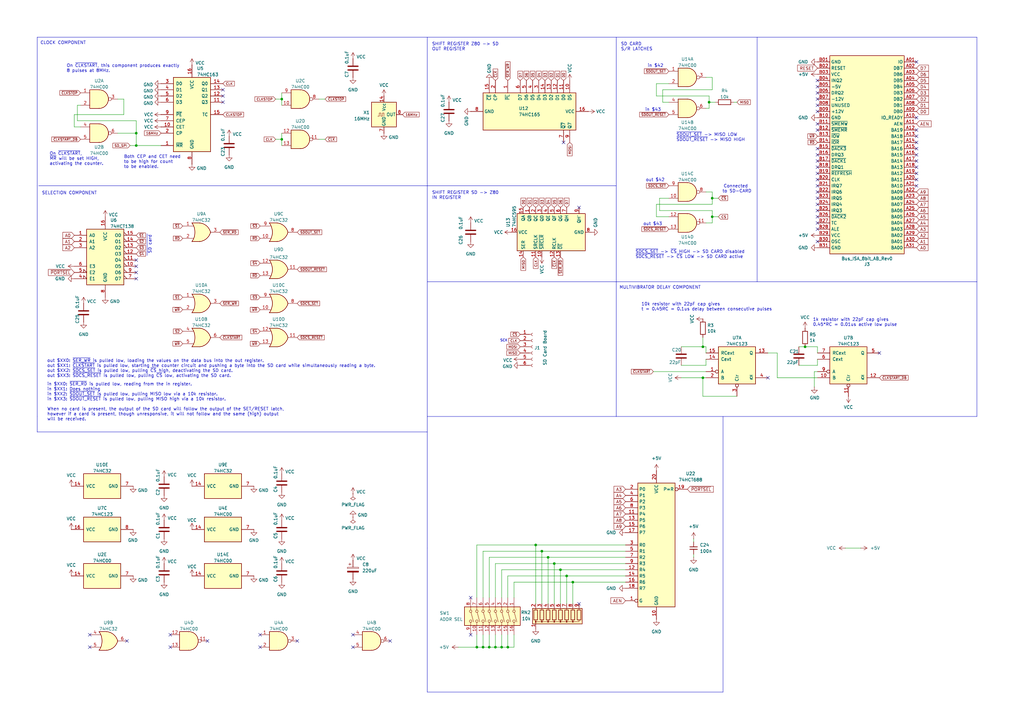
<source format=kicad_sch>
(kicad_sch (version 20250114) (generator "eeschema") (generator_version "9.0")
  (paper "A3")
  (title_block (title "Philips P2000T SD-CARD SLOT2 cartridge") (date "2024-05-26") (rev "rev6"))
  (lib_symbols
    (symbol "74xx:74HC00" (pin_names (offset 1.016))
      (property "Reference" "U" (at 0 1.27 0))
      (property "Value" "74HC00" (at 0 -1.27 0))
      (symbol "74HC00_1_1"
        (pin input line (at -7.62 2.54 0) (length 3.81) (name "~") (number "1"))
        (pin input line (at -7.62 -2.54 0) (length 3.81) (name "~") (number "2"))
        (pin output inverted (at 7.62 0 180) (length 3.81) (name "~") (number "3"))
      )
      (symbol "74HC00_1_2"
        (pin input inverted (at -7.62 2.54 0) (length 4.318) (name "~") (number "1"))
        (pin input inverted (at -7.62 -2.54 0) (length 4.318) (name "~") (number "2"))
        (pin output line (at 7.62 0 180) (length 3.81) (name "~") (number "3"))
      )
      (symbol "74HC00_2_1"
        (pin input line (at -7.62 2.54 0) (length 3.81) (name "~") (number "4"))
        (pin input line (at -7.62 -2.54 0) (length 3.81) (name "~") (number "5"))
        (pin output inverted (at 7.62 0 180) (length 3.81) (name "~") (number "6"))
      )
      (symbol "74HC00_2_2"
        (pin input inverted (at -7.62 2.54 0) (length 4.318) (name "~") (number "4"))
        (pin input inverted (at -7.62 -2.54 0) (length 4.318) (name "~") (number "5"))
        (pin output line (at 7.62 0 180) (length 3.81) (name "~") (number "6"))
      )
      (symbol "74HC00_3_1"
        (pin input line (at -7.62 2.54 0) (length 3.81) (name "~") (number "9"))
        (pin input line (at -7.62 -2.54 0) (length 3.81) (name "~") (number "10"))
        (pin output inverted (at 7.62 0 180) (length 3.81) (name "~") (number "8"))
      )
      (symbol "74HC00_3_2"
        (pin input inverted (at -7.62 2.54 0) (length 4.318) (name "~") (number "9"))
        (pin input inverted (at -7.62 -2.54 0) (length 4.318) (name "~") (number "10"))
        (pin output line (at 7.62 0 180) (length 3.81) (name "~") (number "8"))
      )
      (symbol "74HC00_4_1"
        (pin input line (at -7.62 2.54 0) (length 3.81) (name "~") (number "12"))
        (pin input line (at -7.62 -2.54 0) (length 3.81) (name "~") (number "13"))
        (pin output inverted (at 7.62 0 180) (length 3.81) (name "~") (number "11"))
      )
      (symbol "74HC00_4_2"
        (pin input inverted (at -7.62 2.54 0) (length 4.318) (name "~") (number "12"))
        (pin input inverted (at -7.62 -2.54 0) (length 4.318) (name "~") (number "13"))
        (pin output line (at 7.62 0 180) (length 3.81) (name "~") (number "11"))
      )
      (symbol "74HC00_5_0"
        (pin power_in line (at 0 12.7 270) (length 5.08) (name "VCC") (number "14"))
        (pin power_in line (at 0 -12.7 90) (length 5.08) (name "GND") (number "7"))
      )
    )
    (symbol "74xx:74HCT688"
      (property "Reference" "U" (at -7.62 26.67 0))
      (property "Value" "74HCT688" (at -7.62 -26.67 0))
      (symbol "74HCT688_1_0"
        (pin input line (at -12.7 22.86 0) (length 5.08) (name "P0") (number "2"))
        (pin input line (at -12.7 20.32 0) (length 5.08) (name "P1") (number "4"))
        (pin input line (at -12.7 17.78 0) (length 5.08) (name "P2") (number "6"))
        (pin input line (at -12.7 15.24 0) (length 5.08) (name "P3") (number "8"))
        (pin input line (at -12.7 12.7 0) (length 5.08) (name "P4") (number "11"))
        (pin input line (at -12.7 10.16 0) (length 5.08) (name "P5") (number "13"))
        (pin input line (at -12.7 7.62 0) (length 5.08) (name "P6") (number "15"))
        (pin input line (at -12.7 5.08 0) (length 5.08) (name "P7") (number "17"))
        (pin input line (at -12.7 0 0) (length 5.08) (name "R0") (number "3"))
        (pin input line (at -12.7 -2.54 0) (length 5.08) (name "R1") (number "5"))
        (pin input line (at -12.7 -5.08 0) (length 5.08) (name "R2") (number "7"))
        (pin input line (at -12.7 -7.62 0) (length 5.08) (name "R3") (number "9"))
        (pin input line (at -12.7 -10.16 0) (length 5.08) (name "R4") (number "12"))
        (pin input line (at -12.7 -12.7 0) (length 5.08) (name "R5") (number "14"))
        (pin input line (at -12.7 -15.24 0) (length 5.08) (name "R6") (number "16"))
        (pin input line (at -12.7 -17.78 0) (length 5.08) (name "R7") (number "18"))
        (pin input inverted (at -12.7 -22.86 0) (length 5.08) (name "G") (number "1"))
        (pin power_in line (at 0 30.48 270) (length 5.08) (name "VCC") (number "20"))
        (pin power_in line (at 0 -30.48 90) (length 5.08) (name "GND") (number "10"))
        (pin output inverted (at 12.7 22.86 180) (length 5.08) (name "P=R") (number "19"))
      )
    )
    (symbol "74xx:74LS123" (pin_names (offset 1.016))
      (property "Reference" "U" (at -7.62 8.89 0))
      (property "Value" "74LS123" (at -7.62 -8.89 0))
      (symbol "74LS123_1_0"
        (pin input line (at -12.7 5.08 0) (length 5.08) (name "RCext") (number "15"))
        (pin input line (at -12.7 2.54 0) (length 5.08) (name "Cext") (number "14"))
        (pin input inverted (at -12.7 -2.54 0) (length 5.08) (name "A") (number "1"))
        (pin input line (at -12.7 -5.08 0) (length 5.08) (name "B") (number "2"))
        (pin input inverted (at 0 -12.7 90) (length 5.08) (name "Clr") (number "3"))
        (pin output line (at 12.7 5.08 180) (length 5.08) (name "Q") (number "13"))
        (pin output line (at 12.7 -5.08 180) (length 5.08) (name "~{Q}") (number "4"))
      )
      (symbol "74LS123_2_0"
        (pin input line (at -12.7 5.08 0) (length 5.08) (name "RCext") (number "7"))
        (pin input line (at -12.7 2.54 0) (length 5.08) (name "Cext") (number "6"))
        (pin input inverted (at -12.7 -2.54 0) (length 5.08) (name "A") (number "9"))
        (pin input line (at -12.7 -5.08 0) (length 5.08) (name "B") (number "10"))
        (pin input inverted (at 0 -12.7 90) (length 5.08) (name "Clr") (number "11"))
        (pin output line (at 12.7 5.08 180) (length 5.08) (name "Q") (number "5"))
        (pin output line (at 12.7 -5.08 180) (length 5.08) (name "~{Q}") (number "12"))
      )
      (symbol "74LS123_3_0"
        (pin power_in line (at 0 12.7 270) (length 5.08) (name "VCC") (number "16"))
        (pin power_in line (at 0 -12.7 90) (length 5.08) (name "GND") (number "8"))
      )
    )
    (symbol "74xx:74LS138" (pin_names (offset 1.016))
      (property "Reference" "U" (at -7.62 11.43 0))
      (property "Value" "74LS138" (at -7.62 -13.97 0))
      (symbol "74LS138_1_0"
        (pin input line (at -12.7 7.62 0) (length 5.08) (name "A0") (number "1"))
        (pin input line (at -12.7 5.08 0) (length 5.08) (name "A1") (number "2"))
        (pin input line (at -12.7 2.54 0) (length 5.08) (name "A2") (number "3"))
        (pin input line (at -12.7 -5.08 0) (length 5.08) (name "E3") (number "6"))
        (pin input input_low (at -12.7 -7.62 0) (length 5.08) (name "E2") (number "5"))
        (pin input input_low (at -12.7 -10.16 0) (length 5.08) (name "E1") (number "4"))
        (pin power_in line (at 0 15.24 270) (length 5.08) (name "VCC") (number "16"))
        (pin power_in line (at 0 -17.78 90) (length 5.08) (name "GND") (number "8"))
        (pin output output_low (at 12.7 7.62 180) (length 5.08) (name "O0") (number "15"))
        (pin output output_low (at 12.7 5.08 180) (length 5.08) (name "O1") (number "14"))
        (pin output output_low (at 12.7 2.54 180) (length 5.08) (name "O2") (number "13"))
        (pin output output_low (at 12.7 0 180) (length 5.08) (name "O3") (number "12"))
        (pin output output_low (at 12.7 -2.54 180) (length 5.08) (name "O4") (number "11"))
        (pin output output_low (at 12.7 -5.08 180) (length 5.08) (name "O5") (number "10"))
        (pin output output_low (at 12.7 -7.62 180) (length 5.08) (name "O6") (number "9"))
        (pin output output_low (at 12.7 -10.16 180) (length 5.08) (name "O7") (number "7"))
      )
    )
    (symbol "74xx:74LS163" (pin_names (offset 1.016))
      (property "Reference" "U" (at -7.62 16.51 0))
      (property "Value" "74LS163" (at -7.62 -16.51 0))
      (symbol "74LS163_1_0"
        (pin input line (at -12.7 12.7 0) (length 5.08) (name "D0") (number "3"))
        (pin input line (at -12.7 10.16 0) (length 5.08) (name "D1") (number "4"))
        (pin input line (at -12.7 7.62 0) (length 5.08) (name "D2") (number "5"))
        (pin input line (at -12.7 5.08 0) (length 5.08) (name "D3") (number "6"))
        (pin input line (at -12.7 0 0) (length 5.08) (name "~{PE}") (number "9"))
        (pin input line (at -12.7 -2.54 0) (length 5.08) (name "CEP") (number "7"))
        (pin input line (at -12.7 -5.08 0) (length 5.08) (name "CET") (number "10"))
        (pin input line (at -12.7 -7.62 0) (length 5.08) (name "CP") (number "2"))
        (pin input line (at -12.7 -12.7 0) (length 5.08) (name "~{MR}") (number "1"))
        (pin power_in line (at 0 20.32 270) (length 5.08) (name "VCC") (number "16"))
        (pin power_in line (at 0 -20.32 90) (length 5.08) (name "GND") (number "8"))
        (pin output line (at 12.7 12.7 180) (length 5.08) (name "Q0") (number "14"))
        (pin output line (at 12.7 10.16 180) (length 5.08) (name "Q1") (number "13"))
        (pin output line (at 12.7 7.62 180) (length 5.08) (name "Q2") (number "12"))
        (pin output line (at 12.7 5.08 180) (length 5.08) (name "Q3") (number "11"))
        (pin output line (at 12.7 0 180) (length 5.08) (name "TC") (number "15"))
      )
    )
    (symbol "74xx:74LS165"
      (property "Reference" "U" (at -7.62 19.05 0))
      (property "Value" "74LS165" (at -7.62 -21.59 0))
      (symbol "74LS165_1_0"
        (pin input line (at -12.7 15.24 0) (length 5.08) (name "DS") (number "10"))
        (pin input line (at -12.7 12.7 0) (length 5.08) (name "D0") (number "11"))
        (pin input line (at -12.7 10.16 0) (length 5.08) (name "D1") (number "12"))
        (pin input line (at -12.7 7.62 0) (length 5.08) (name "D2") (number "13"))
        (pin input line (at -12.7 5.08 0) (length 5.08) (name "D3") (number "14"))
        (pin input line (at -12.7 2.54 0) (length 5.08) (name "D4") (number "3"))
        (pin input line (at -12.7 0 0) (length 5.08) (name "D5") (number "4"))
        (pin input line (at -12.7 -2.54 0) (length 5.08) (name "D6") (number "5"))
        (pin input line (at -12.7 -5.08 0) (length 5.08) (name "D7") (number "6"))
        (pin input line (at -12.7 -10.16 0) (length 5.08) (name "~{PL}") (number "1"))
        (pin input line (at -12.7 -15.24 0) (length 5.08) (name "CP") (number "2"))
        (pin input line (at -12.7 -17.78 0) (length 5.08) (name "~{CE}") (number "15"))
        (pin power_in line (at 0 22.86 270) (length 5.08) (name "VCC") (number "16"))
        (pin power_in line (at 0 -25.4 90) (length 5.08) (name "GND") (number "8"))
        (pin output line (at 12.7 15.24 180) (length 5.08) (name "Q7") (number "9"))
        (pin output line (at 12.7 12.7 180) (length 5.08) (name "~{Q7}") (number "7"))
      )
    )
    (symbol "74xx:74LS32" (pin_names (offset 1.016))
      (property "Reference" "U" (at 0 1.27 0))
      (property "Value" "74LS32" (at 0 -1.27 0))
      (symbol "74LS32_1_1"
        (pin input line (at -7.62 2.54 0) (length 4.318) (name "~") (number "1"))
        (pin input line (at -7.62 -2.54 0) (length 4.318) (name "~") (number "2"))
        (pin output line (at 7.62 0 180) (length 3.81) (name "~") (number "3"))
      )
      (symbol "74LS32_1_2"
        (pin input inverted (at -7.62 2.54 0) (length 3.81) (name "~") (number "1"))
        (pin input inverted (at -7.62 -2.54 0) (length 3.81) (name "~") (number "2"))
        (pin output inverted (at 7.62 0 180) (length 3.81) (name "~") (number "3"))
      )
      (symbol "74LS32_2_1"
        (pin input line (at -7.62 2.54 0) (length 4.318) (name "~") (number "4"))
        (pin input line (at -7.62 -2.54 0) (length 4.318) (name "~") (number "5"))
        (pin output line (at 7.62 0 180) (length 3.81) (name "~") (number "6"))
      )
      (symbol "74LS32_2_2"
        (pin input inverted (at -7.62 2.54 0) (length 3.81) (name "~") (number "4"))
        (pin input inverted (at -7.62 -2.54 0) (length 3.81) (name "~") (number "5"))
        (pin output inverted (at 7.62 0 180) (length 3.81) (name "~") (number "6"))
      )
      (symbol "74LS32_3_1"
        (pin input line (at -7.62 2.54 0) (length 4.318) (name "~") (number "9"))
        (pin input line (at -7.62 -2.54 0) (length 4.318) (name "~") (number "10"))
        (pin output line (at 7.62 0 180) (length 3.81) (name "~") (number "8"))
      )
      (symbol "74LS32_3_2"
        (pin input inverted (at -7.62 2.54 0) (length 3.81) (name "~") (number "9"))
        (pin input inverted (at -7.62 -2.54 0) (length 3.81) (name "~") (number "10"))
        (pin output inverted (at 7.62 0 180) (length 3.81) (name "~") (number "8"))
      )
      (symbol "74LS32_4_1"
        (pin input line (at -7.62 2.54 0) (length 4.318) (name "~") (number "12"))
        (pin input line (at -7.62 -2.54 0) (length 4.318) (name "~") (number "13"))
        (pin output line (at 7.62 0 180) (length 3.81) (name "~") (number "11"))
      )
      (symbol "74LS32_4_2"
        (pin input inverted (at -7.62 2.54 0) (length 3.81) (name "~") (number "12"))
        (pin input inverted (at -7.62 -2.54 0) (length 3.81) (name "~") (number "13"))
        (pin output inverted (at 7.62 0 180) (length 3.81) (name "~") (number "11"))
      )
      (symbol "74LS32_5_0"
        (pin power_in line (at 0 12.7 270) (length 5.08) (name "VCC") (number "14"))
        (pin power_in line (at 0 -12.7 90) (length 5.08) (name "GND") (number "7"))
      )
    )
    (symbol "74xx:74LS595"
      (property "Reference" "U" (at -7.62 13.97 0))
      (property "Value" "74LS595" (at -7.62 -16.51 0))
      (symbol "74LS595_1_0"
        (pin input line (at -10.16 10.16 0) (length 2.54) (name "SER") (number "14"))
        (pin input line (at -10.16 5.08 0) (length 2.54) (name "SRCLK") (number "11"))
        (pin input line (at -10.16 2.54 0) (length 2.54) (name "~{SRCLR}") (number "10"))
        (pin input line (at -10.16 -2.54 0) (length 2.54) (name "RCLK") (number "12"))
        (pin input line (at -10.16 -5.08 0) (length 2.54) (name "~{OE}") (number "13"))
        (pin power_in line (at 0 15.24 270) (length 2.54) (name "VCC") (number "16"))
        (pin power_in line (at 0 -17.78 90) (length 2.54) (name "GND") (number "8"))
        (pin tri_state line (at 10.16 10.16 180) (length 2.54) (name "QA") (number "15"))
        (pin tri_state line (at 10.16 7.62 180) (length 2.54) (name "QB") (number "1"))
        (pin tri_state line (at 10.16 5.08 180) (length 2.54) (name "QC") (number "2"))
        (pin tri_state line (at 10.16 2.54 180) (length 2.54) (name "QD") (number "3"))
        (pin tri_state line (at 10.16 0 180) (length 2.54) (name "QE") (number "4"))
        (pin tri_state line (at 10.16 -2.54 180) (length 2.54) (name "QF") (number "5"))
        (pin tri_state line (at 10.16 -5.08 180) (length 2.54) (name "QG") (number "6"))
        (pin tri_state line (at 10.16 -7.62 180) (length 2.54) (name "QH") (number "7"))
        (pin output line (at 10.16 -12.7 180) (length 2.54) (name "QH'") (number "9"))
      )
    )
    (symbol "Connector:Bus_ISA_8bit_AB_Rev0"
      (property "Reference" "J" (at 0 42.545 0))
      (property "Value" "Connector_Bus_ISA_8bit_AB_Rev0" (at 0 -42.545 0))
      (symbol "Bus_ISA_8bit_AB_Rev0_1_1"
        (pin power_in line (at -20.32 38.1 0) (length 5.08) (name "GND") (number "B01"))
        (pin output line (at -20.32 35.56 0) (length 5.08) (name "RESET") (number "B02"))
        (pin power_in line (at -20.32 33.02 0) (length 5.08) (name "VCC") (number "B03"))
        (pin passive line (at -20.32 30.48 0) (length 5.08) (name "INQ2") (number "B04"))
        (pin power_in line (at -20.32 27.94 0) (length 5.08) (name "-5V") (number "B05"))
        (pin passive line (at -20.32 25.4 0) (length 5.08) (name "DRQ2") (number "B06"))
        (pin power_in line (at -20.32 22.86 0) (length 5.08) (name "-12V") (number "B07"))
        (pin passive line (at -20.32 20.32 0) (length 5.08) (name "UNUSED") (number "B08"))
        (pin power_in line (at -20.32 17.78 0) (length 5.08) (name "+12V") (number "B09"))
        (pin power_in line (at -20.32 15.24 0) (length 5.08) (name "GND") (number "B10"))
        (pin output line (at -20.32 12.7 0) (length 5.08) (name "~{SMEMW}") (number "B11"))
        (pin output line (at -20.32 10.16 0) (length 5.08) (name "~{SMEMR}") (number "B12"))
        (pin output line (at -20.32 7.62 0) (length 5.08) (name "~{IOW}") (number "B13"))
        (pin output line (at -20.32 5.08 0) (length 5.08) (name "~{IOR}") (number "B14"))
        (pin passive line (at -20.32 2.54 0) (length 5.08) (name "~{DACK3}") (number "B15"))
        (pin passive line (at -20.32 0 0) (length 5.08) (name "DRQ3") (number "B16"))
        (pin passive line (at -20.32 -2.54 0) (length 5.08) (name "~{DACK1}") (number "B17"))
        (pin passive line (at -20.32 -5.08 0) (length 5.08) (name "DRQ1") (number "B18"))
        (pin passive line (at -20.32 -7.62 0) (length 5.08) (name "~{REFRESH}") (number "B19"))
        (pin output line (at -20.32 -10.16 0) (length 5.08) (name "CLK") (number "B20"))
        (pin passive line (at -20.32 -12.7 0) (length 5.08) (name "IRQ7") (number "B21"))
        (pin passive line (at -20.32 -15.24 0) (length 5.08) (name "IRQ6") (number "B22"))
        (pin passive line (at -20.32 -17.78 0) (length 5.08) (name "IRQ5") (number "B23"))
        (pin passive line (at -20.32 -20.32 0) (length 5.08) (name "IRQ4") (number "B24"))
        (pin passive line (at -20.32 -22.86 0) (length 5.08) (name "IRQ3") (number "B25"))
        (pin passive line (at -20.32 -25.4 0) (length 5.08) (name "~{DACK2}") (number "B26"))
        (pin passive line (at -20.32 -27.94 0) (length 5.08) (name "TC") (number "B27"))
        (pin output line (at -20.32 -30.48 0) (length 5.08) (name "ALE") (number "B28"))
        (pin power_in line (at -20.32 -33.02 0) (length 5.08) (name "VCC") (number "B29"))
        (pin output line (at -20.32 -35.56 0) (length 5.08) (name "OSC") (number "B30"))
        (pin power_in line (at -20.32 -38.1 0) (length 5.08) (name "GND") (number "B31"))
        (pin passive line (at 20.32 38.1 180) (length 5.08) (name "IO") (number "A01"))
        (pin tri_state line (at 20.32 35.56 180) (length 5.08) (name "DB7") (number "A02"))
        (pin tri_state line (at 20.32 33.02 180) (length 5.08) (name "DB6") (number "A03"))
        (pin tri_state line (at 20.32 30.48 180) (length 5.08) (name "DB5") (number "A04"))
        (pin tri_state line (at 20.32 27.94 180) (length 5.08) (name "DB4") (number "A05"))
        (pin tri_state line (at 20.32 25.4 180) (length 5.08) (name "DB3") (number "A06"))
        (pin tri_state line (at 20.32 22.86 180) (length 5.08) (name "DB2") (number "A07"))
        (pin tri_state line (at 20.32 20.32 180) (length 5.08) (name "DB1") (number "A08"))
        (pin tri_state line (at 20.32 17.78 180) (length 5.08) (name "DB0") (number "A09"))
        (pin passive line (at 20.32 15.24 180) (length 5.08) (name "IO_READY") (number "A10"))
        (pin output line (at 20.32 12.7 180) (length 5.08) (name "AEN") (number "A11"))
        (pin tri_state line (at 20.32 10.16 180) (length 5.08) (name "BA19") (number "A12"))
        (pin tri_state line (at 20.32 7.62 180) (length 5.08) (name "BA18") (number "A13"))
        (pin tri_state line (at 20.32 5.08 180) (length 5.08) (name "BA17") (number "A14"))
        (pin tri_state line (at 20.32 2.54 180) (length 5.08) (name "BA16") (number "A15"))
        (pin tri_state line (at 20.32 0 180) (length 5.08) (name "BA15") (number "A16"))
        (pin tri_state line (at 20.32 -2.54 180) (length 5.08) (name "BA14") (number "A17"))
        (pin tri_state line (at 20.32 -5.08 180) (length 5.08) (name "BA13") (number "A18"))
        (pin tri_state line (at 20.32 -7.62 180) (length 5.08) (name "BA12") (number "A19"))
        (pin tri_state line (at 20.32 -10.16 180) (length 5.08) (name "BA11") (number "A20"))
        (pin tri_state line (at 20.32 -12.7 180) (length 5.08) (name "BA10") (number "A21"))
        (pin tri_state line (at 20.32 -15.24 180) (length 5.08) (name "BA09") (number "A22"))
        (pin tri_state line (at 20.32 -17.78 180) (length 5.08) (name "BA08") (number "A23"))
        (pin tri_state line (at 20.32 -20.32 180) (length 5.08) (name "BA07") (number "A24"))
        (pin tri_state line (at 20.32 -22.86 180) (length 5.08) (name "BA06") (number "A25"))
        (pin tri_state line (at 20.32 -25.4 180) (length 5.08) (name "BA05") (number "A26"))
        (pin tri_state line (at 20.32 -27.94 180) (length 5.08) (name "BA04") (number "A27"))
        (pin tri_state line (at 20.32 -30.48 180) (length 5.08) (name "BA03") (number "A28"))
        (pin tri_state line (at 20.32 -33.02 180) (length 5.08) (name "BA02") (number "A29"))
        (pin tri_state line (at 20.32 -35.56 180) (length 5.08) (name "BA01") (number "A30"))
        (pin tri_state line (at 20.32 -38.1 180) (length 5.08) (name "BA00") (number "A31"))
      )
    )
    (symbol "Connector:Conn_01x06_Female" (pin_names (offset 1.016) (hide yes))
      (property "Reference" "J" (at 0 7.62 0))
      (property "Value" "Conn_01x06_Female" (at 0 -10.16 0))
      (symbol "Conn_01x06_Female_1_1"
        (pin passive line (at -5.08 5.08 0) (length 3.81) (name "Pin_1") (number "1"))
        (pin passive line (at -5.08 2.54 0) (length 3.81) (name "Pin_2") (number "2"))
        (pin passive line (at -5.08 0 0) (length 3.81) (name "Pin_3") (number "3"))
        (pin passive line (at -5.08 -2.54 0) (length 3.81) (name "Pin_4") (number "4"))
        (pin passive line (at -5.08 -5.08 0) (length 3.81) (name "Pin_5") (number "5"))
        (pin passive line (at -5.08 -7.62 0) (length 3.81) (name "Pin_6") (number "6"))
      )
    )
    (symbol "Device:C" (pin_numbers (hide yes)) (pin_names (offset 0.254))
      (property "Reference" "C" (at 0.635 2.54 0))
      (property "Value" "C" (at 0.635 -2.54 0))
      (symbol "C_1_1"
        (pin passive line (at 0 3.81 270) (length 2.794) (name "~") (number "1"))
        (pin passive line (at 0 -3.81 90) (length 2.794) (name "~") (number "2"))
      )
    )
    (symbol "Device:C_Polarized" (pin_numbers (hide yes)) (pin_names (offset 0.254))
      (property "Reference" "C" (at 0.635 2.54 0))
      (property "Value" "C_Polarized" (at 0.635 -2.54 0))
      (symbol "C_Polarized_1_1"
        (pin passive line (at 0 3.81 270) (length 2.794) (name "~") (number "1"))
        (pin passive line (at 0 -3.81 90) (length 2.794) (name "~") (number "2"))
      )
    )
    (symbol "Device:C_Small" (pin_numbers (hide yes)) (pin_names (offset 0.254) (hide yes))
      (property "Reference" "C" (at 0.254 1.778 0))
      (property "Value" "C_Small" (at 0.254 -2.032 0))
      (symbol "C_Small_1_1"
        (pin passive line (at 0 2.54 270) (length 2.032) (name "~") (number "1"))
        (pin passive line (at 0 -2.54 90) (length 2.032) (name "~") (number "2"))
      )
    )
    (symbol "Device:R" (pin_numbers (hide yes)) (pin_names (offset 0))
      (property "Reference" "R" (at 2.032 0 90))
      (property "Value" "R" (at 0 0 90))
      (symbol "R_1_1"
        (pin passive line (at 0 3.81 270) (length 1.27) (name "~") (number "1"))
        (pin passive line (at 0 -3.81 90) (length 1.27) (name "~") (number "2"))
      )
    )
    (symbol "Device:R_Network08" (pin_names (offset 0) (hide yes))
      (property "Reference" "RN" (at -12.7 0 90))
      (property "Value" "R_Network08" (at 10.16 0 90))
      (symbol "R_Network08_1_1"
        (pin passive line (at -10.16 5.08 270) (length 2.54) (name "common") (number "1"))
        (pin passive line (at -10.16 -5.08 90) (length 1.27) (name "R1") (number "2"))
        (pin passive line (at -7.62 -5.08 90) (length 1.27) (name "R2") (number "3"))
        (pin passive line (at -5.08 -5.08 90) (length 1.27) (name "R3") (number "4"))
        (pin passive line (at -2.54 -5.08 90) (length 1.27) (name "R4") (number "5"))
        (pin passive line (at 0 -5.08 90) (length 1.27) (name "R5") (number "6"))
        (pin passive line (at 2.54 -5.08 90) (length 1.27) (name "R6") (number "7"))
        (pin passive line (at 5.08 -5.08 90) (length 1.27) (name "R7") (number "8"))
        (pin passive line (at 7.62 -5.08 90) (length 1.27) (name "R8") (number "9"))
      )
    )
    (symbol "Oscillator:TCXO-14" (pin_names (offset 0.254))
      (property "Reference" "Y" (at -5.08 6.35 0))
      (property "Value" "TCXO-14" (at 1.27 -6.35 0))
      (symbol "TCXO-14_1_1"
        (pin no_connect line (at -5.08 2.54 0) (length 2.54) (hide yes) (name "NC") (number "1"))
        (pin power_in line (at 0 7.62 270) (length 2.54) (name "Vcc") (number "14"))
        (pin power_in line (at 0 -7.62 90) (length 2.54) (name "GND") (number "7"))
        (pin output line (at 7.62 0 180) (length 2.54) (name "OUT") (number "8"))
      )
    )
    (symbol "Switch:SW_DIP_x08" (pin_names (offset 0) (hide yes))
      (property "Reference" "SW" (at 0 13.97 0))
      (property "Value" "SW_DIP_x08" (at 0 -11.43 0))
      (symbol "SW_DIP_x08_1_1"
        (pin passive line (at -7.62 10.16 0) (length 5.08) (name "~") (number "1"))
        (pin passive line (at -7.62 7.62 0) (length 5.08) (name "~") (number "2"))
        (pin passive line (at -7.62 5.08 0) (length 5.08) (name "~") (number "3"))
        (pin passive line (at -7.62 2.54 0) (length 5.08) (name "~") (number "4"))
        (pin passive line (at -7.62 0 0) (length 5.08) (name "~") (number "5"))
        (pin passive line (at -7.62 -2.54 0) (length 5.08) (name "~") (number "6"))
        (pin passive line (at -7.62 -5.08 0) (length 5.08) (name "~") (number "7"))
        (pin passive line (at -7.62 -7.62 0) (length 5.08) (name "~") (number "8"))
        (pin passive line (at 7.62 10.16 180) (length 5.08) (name "~") (number "16"))
        (pin passive line (at 7.62 7.62 180) (length 5.08) (name "~") (number "15"))
        (pin passive line (at 7.62 5.08 180) (length 5.08) (name "~") (number "14"))
        (pin passive line (at 7.62 2.54 180) (length 5.08) (name "~") (number "13"))
        (pin passive line (at 7.62 0 180) (length 5.08) (name "~") (number "12"))
        (pin passive line (at 7.62 -2.54 180) (length 5.08) (name "~") (number "11"))
        (pin passive line (at 7.62 -5.08 180) (length 5.08) (name "~") (number "10"))
        (pin passive line (at 7.62 -7.62 180) (length 5.08) (name "~") (number "9"))
      )
    )
    (symbol "power:+5V" (power) (pin_numbers (hide yes)) (pin_names (offset 0) (hide yes))
      (property "Value" "+5V" (at 0 3.556 0))
      (symbol "+5V_1_1"
        (pin power_in line (at 0 0 90) (length 0) (name "~") (number "1"))
      )
    )
    (symbol "power:GND" (power) (pin_numbers (hide yes)) (pin_names (offset 0) (hide yes))
      (property "Value" "GND" (at 0 -3.81 0))
      (symbol "GND_1_1"
        (pin power_in line (at 0 0 270) (length 0) (name "~") (number "1"))
      )
    )
    (symbol "power:PWR_FLAG" (power) (pin_numbers (hide yes)) (pin_names (offset 0) (hide yes))
      (property "Value" "PWR_FLAG" (at 0 3.81 0))
      (symbol "PWR_FLAG_0_0"
        (pin power_out line (at 0 0 90) (length 0) (name "~") (number "1"))
      )
    )
    (symbol "power:VCC" (power) (pin_numbers (hide yes)) (pin_names (offset 0) (hide yes))
      (property "Value" "VCC" (at 0 3.556 0))
      (symbol "VCC_1_1"
        (pin power_in line (at 0 0 90) (length 0) (name "~") (number "1"))
      )
    )
  )
  (text "SD card" (at 62.23 104.14 90) (effects (font (size 1.27 1.27)) (justify left bottom)))
  (text "SHIFT REGISTER SD -> Z80\nIN REGISTER" (at 177.165 81.915 0) (effects (font (size 1.27 1.27)) (justify left bottom)))
  (text "SD CARD\nS/R LATCHES" (at 254.635 20.955 0) (effects (font (size 1.27 1.27)) (justify left bottom)))
  (text "out $XX0: ~{SER_WR} is pulled low, loading the values on the data bus into the out register.\nout $XX1: ~{CLKSTART} is pulled low, starting the counter circuit and pushing a byte into the SD card while simultaneously reading a byte.\nout $XX2: ~{SDCS_SET} is pulled low, pulling ~{CS} high, deactivating the SD card.\nout $XX3: ~{SDCS_RESET} is pulled low, pulling ~{CS} low, activating the SD card." (at 19.304 154.94 0) (effects (font (size 1.27 1.27)) (justify left bottom)))
  (text "On ~{CLKSTART}, this component produces exactly\n8 pulses at 8MHz." (at 27.305 29.845 0) (effects (font (size 1.27 1.27)) (justify left bottom)))
  (text "On ~{CLKSTART}, \n~{MR} will be set HIGH, \nactivating the counter." (at 20.32 67.945 0) (effects (font (size 1.27 1.27)) (justify left bottom)))
  (text "in $42" (at 268.859 27.051 0) (effects (font (size 1.27 1.27))))
  (text "in $XX0: ~{SER_RD} is pulled low, reading from the in register.\nin $XX1: Does nothing\nin $XX2: ~{SDOUT_SET} is pulled low, pulling MISO low via a 10k resistor.\nin $XX3: ~{SDOUT_RESET} is pulled low, pulling MISO high via a 10k resistor.\n\nWhen no card is present, the output of the SD card will follow the output of the SET/RESET latch,\nhowever if a card is present, though unresponsive, it will not follow and the same (high) output\nwill be received." (at 19.304 172.72 0) (effects (font (size 1.27 1.27)) (justify left bottom)))
  (text "Connected \nto SD-CARD" (at 302.26 77.47 0) (effects (font (size 1.27 1.27))))
  (text "~{SDOUT_SET} -> MISO LOW\n~{SDOUT_RESET} -> MISO HIGH" (at 277.368 56.388 0) (effects (font (size 1.27 1.27)) (justify left)))
  (text "~{SDCS_SET} -> ~{CS} HIGH -> SD CARD disabled\n~{SDCS_RESET} -> ~{CS} LOW -> SD CARD active" (at 260.604 104.394 0) (effects (font (size 1.27 1.27)) (justify left)))
  (text "SELECTION COMPONENT" (at 17.145 80.01 0) (effects (font (size 1.27 1.27)) (justify left bottom)))
  (text "1k resistor with 22pF cap gives\n0.45*RC = 0.01us active low pulse" (at 333.375 133.985 0) (effects (font (size 1.27 1.27)) (justify left bottom)))
  (text "10k resistor with 22pF cap gives\nt = 0.45RC = 0.1us delay between consecutive pulses" (at 263.017 127.635 0) (effects (font (size 1.27 1.27)) (justify left bottom)))
  (text "CLOCK COMPONENT" (at 16.51 18.415 0) (effects (font (size 1.27 1.27)) (justify left bottom)))
  (text "SCK" (at 205.105 140.335 0) (effects (font (size 1 1)) (justify left bottom)))
  (text "in $43" (at 267.843 45.085 0) (effects (font (size 1.27 1.27))))
  (text "Both CEP and CET need\nto be high for count\nto be enabled." (at 50.8 69.215 0) (effects (font (size 1.27 1.27)) (justify left bottom)))
  (text "MULTIVIBRATOR DELAY COMPONENT" (at 254 118.745 0) (effects (font (size 1.27 1.27)) (justify left bottom)))
  (text "SHIFT REGISTER Z80 -> SD\nOUT REGISTER" (at 177.165 20.955 0) (effects (font (size 1.27 1.27)) (justify left bottom)))
  (text "out $42" (at 268.732 73.914 0) (effects (font (size 1.27 1.27))))
  (text "out $43" (at 267.716 91.948 0) (effects (font (size 1.27 1.27))))
  (junction (at 227.33 231.14))
  (junction (at 288.29 142.24))
  (junction (at 330.2 142.24))
  (junction (at 292.1 81.28))
  (junction (at 198.12 265.43))
  (junction (at 292.1 88.9))
  (junction (at 219.71 223.52))
  (junction (at 203.2 265.43))
  (junction (at 205.74 265.43))
  (junction (at 55.88 54.61))
  (junction (at 208.28 265.43))
  (junction (at 222.25 226.06))
  (junction (at 290.83 41.91))
  (junction (at 224.79 228.6))
  (junction (at 55.88 59.69))
  (junction (at 234.95 238.76))
  (junction (at 115.57 57.15))
  (junction (at 195.58 265.43))
  (junction (at 200.66 265.43))
  (junction (at 288.29 154.94))
  (junction (at 115.57 40.64))
  (junction (at 232.41 236.22))
  (junction (at 229.87 233.68))
  (no_connect (at 375.92 25.4))
  (no_connect (at 335.28 40.64))
  (no_connect (at 335.28 63.5))
  (no_connect (at 335.28 66.04))
  (no_connect (at 375.92 71.12))
  (no_connect (at 335.28 93.98))
  (no_connect (at 375.92 68.58))
  (no_connect (at 55.88 106.68))
  (no_connect (at 335.28 45.72))
  (no_connect (at 144.78 260.35))
  (no_connect (at 91.44 36.83))
  (no_connect (at 52.07 262.89))
  (no_connect (at 375.92 58.42))
  (no_connect (at 335.28 35.56))
  (no_connect (at 375.92 48.26))
  (no_connect (at 231.14 58.42))
  (no_connect (at 85.09 262.89))
  (no_connect (at 335.28 50.8))
  (no_connect (at 335.28 43.18))
  (no_connect (at 335.28 53.34))
  (no_connect (at 375.92 60.96))
  (no_connect (at 335.28 33.02))
  (no_connect (at 55.88 109.22))
  (no_connect (at 375.92 55.88))
  (no_connect (at 55.88 114.3))
  (no_connect (at 335.28 76.2))
  (no_connect (at 335.28 99.06))
  (no_connect (at 375.92 73.66))
  (no_connect (at 314.96 154.94))
  (no_connect (at 335.28 86.36))
  (no_connect (at 335.28 91.44))
  (no_connect (at 375.92 53.34))
  (no_connect (at 193.04 260.35))
  (no_connect (at 335.28 73.66))
  (no_connect (at 144.78 265.43))
  (no_connect (at 335.28 68.58))
  (no_connect (at 237.49 85.09))
  (no_connect (at 69.85 260.35))
  (no_connect (at 36.83 260.35))
  (no_connect (at 335.28 60.96))
  (no_connect (at 193.04 245.11))
  (no_connect (at 237.49 247.65))
  (no_connect (at 375.92 63.5))
  (no_connect (at 55.88 111.76))
  (no_connect (at 375.92 76.2))
  (no_connect (at 335.28 71.12))
  (no_connect (at 335.28 83.82))
  (no_connect (at 335.28 81.28))
  (no_connect (at 121.92 262.89))
  (no_connect (at 106.68 265.43))
  (no_connect (at 160.02 262.89))
  (no_connect (at 335.28 78.74))
  (no_connect (at 69.85 265.43))
  (no_connect (at 335.28 88.9))
  (no_connect (at 91.44 41.91))
  (no_connect (at 36.83 265.43))
  (no_connect (at 335.28 38.1))
  (no_connect (at 106.68 260.35))
  (no_connect (at 91.44 39.37))
  (no_connect (at 360.68 144.78))
  (no_connect (at 375.92 66.04))
  (wire (pts (xy 288.29 138.43) (xy 288.29 142.24)))
  (wire (pts (xy 115.57 40.64) (xy 115.57 38.1)))
  (polyline (pts (xy 15.875 76.2) (xy 175.26 76.2)))
  (wire (pts (xy 50.8 46.99) (xy 30.48 46.99)))
  (wire (pts (xy 270.51 81.28) (xy 274.32 81.28)))
  (wire (pts (xy 205.74 233.68) (xy 229.87 233.68)))
  (wire (pts (xy 290.83 44.45) (xy 290.83 41.91)))
  (wire (pts (xy 203.2 231.14) (xy 203.2 245.11)))
  (polyline (pts (xy 400.685 170.815) (xy 400.685 115.57)))
  (wire (pts (xy 279.4 154.94) (xy 288.29 154.94)))
  (wire (pts (xy 205.74 265.43) (xy 208.28 265.43)))
  (polyline (pts (xy 60.325 95.885) (xy 60.325 104.775)))
  (wire (pts (xy 289.56 31.75) (xy 292.1 31.75)))
  (wire (pts (xy 234.95 238.76) (xy 256.54 238.76)))
  (wire (pts (xy 30.48 46.99) (xy 30.48 52.07)))
  (wire (pts (xy 292.1 81.28) (xy 292.1 83.82)))
  (polyline (pts (xy 296.545 170.815) (xy 296.545 283.845)))
  (wire (pts (xy 224.79 228.6) (xy 256.54 228.6)))
  (wire (pts (xy 187.96 265.43) (xy 195.58 265.43)))
  (wire (pts (xy 269.24 39.37) (xy 269.24 34.29)))
  (wire (pts (xy 269.24 88.9) (xy 274.32 88.9)))
  (wire (pts (xy 227.33 231.14) (xy 227.33 247.65)))
  (wire (pts (xy 200.66 228.6) (xy 224.79 228.6)))
  (wire (pts (xy 232.41 236.22) (xy 256.54 236.22)))
  (polyline (pts (xy 252.73 15.24) (xy 252.73 76.2)))
  (wire (pts (xy 219.71 223.52) (xy 219.71 247.65)))
  (polyline (pts (xy 310.515 15.24) (xy 400.685 15.24)))
  (wire (pts (xy 292.1 91.44) (xy 292.1 88.9)))
  (polyline (pts (xy 15.24 170.815) (xy 15.24 177.165)))
  (wire (pts (xy 292.1 83.82) (xy 269.24 83.82)))
  (polyline (pts (xy 252.73 170.815) (xy 252.73 115.57)))
  (wire (pts (xy 279.4 149.86) (xy 289.56 149.86)))
  (wire (pts (xy 270.51 86.36) (xy 270.51 81.28)))
  (wire (pts (xy 205.74 233.68) (xy 205.74 245.11)))
  (wire (pts (xy 292.1 88.9) (xy 292.1 86.36)))
  (wire (pts (xy 227.33 231.14) (xy 256.54 231.14)))
  (wire (pts (xy 200.66 260.35) (xy 200.66 265.43)))
  (wire (pts (xy 222.25 226.06) (xy 222.25 247.65)))
  (polyline (pts (xy 400.685 115.57) (xy 310.515 115.57)))
  (wire (pts (xy 222.25 226.06) (xy 256.54 226.06)))
  (wire (pts (xy 198.12 226.06) (xy 222.25 226.06)))
  (polyline (pts (xy 252.73 170.815) (xy 400.685 170.815)))
  (wire (pts (xy 55.88 59.69) (xy 66.04 59.69)))
  (wire (pts (xy 290.83 39.37) (xy 290.83 41.91)))
  (wire (pts (xy 115.57 54.61) (xy 115.57 57.15)))
  (wire (pts (xy 113.03 57.15) (xy 115.57 57.15)))
  (polyline (pts (xy 175.26 177.165) (xy 175.26 170.815)))
  (wire (pts (xy 292.1 31.75) (xy 292.1 36.83)))
  (wire (pts (xy 203.2 231.14) (xy 227.33 231.14)))
  (wire (pts (xy 210.82 238.76) (xy 210.82 245.11)))
  (wire (pts (xy 271.78 36.83) (xy 271.78 41.91)))
  (wire (pts (xy 30.48 52.07) (xy 33.02 52.07)))
  (wire (pts (xy 208.28 236.22) (xy 232.41 236.22)))
  (wire (pts (xy 55.88 54.61) (xy 55.88 59.69)))
  (wire (pts (xy 50.8 40.64) (xy 48.26 40.64)))
  (wire (pts (xy 288.29 162.56) (xy 302.26 162.56)))
  (wire (pts (xy 198.12 260.35) (xy 198.12 265.43)))
  (wire (pts (xy 48.26 54.61) (xy 55.88 54.61)))
  (wire (pts (xy 208.28 260.35) (xy 208.28 265.43)))
  (wire (pts (xy 232.41 236.22) (xy 232.41 247.65)))
  (wire (pts (xy 289.56 44.45) (xy 290.83 44.45)))
  (polyline (pts (xy 310.515 115.57) (xy 310.515 15.24)))
  (wire (pts (xy 198.12 265.43) (xy 200.66 265.43)))
  (polyline (pts (xy 252.73 115.57) (xy 175.26 115.57)))
  (wire (pts (xy 195.58 260.35) (xy 195.58 265.43)))
  (wire (pts (xy 130.81 40.64) (xy 133.35 40.64)))
  (wire (pts (xy 327.66 142.24) (xy 330.2 142.24)))
  (wire (pts (xy 130.81 57.15) (xy 133.35 57.15)))
  (wire (pts (xy 335.28 144.78) (xy 335.28 142.24)))
  (wire (pts (xy 318.77 154.94) (xy 318.77 144.78)))
  (wire (pts (xy 195.58 265.43) (xy 198.12 265.43)))
  (wire (pts (xy 288.29 154.94) (xy 288.29 162.56)))
  (wire (pts (xy 288.29 154.94) (xy 289.56 154.94)))
  (wire (pts (xy 229.87 233.68) (xy 256.54 233.68)))
  (wire (pts (xy 200.66 228.6) (xy 200.66 245.11)))
  (polyline (pts (xy 400.685 15.24) (xy 400.685 115.57)))
  (wire (pts (xy 300.99 41.91) (xy 302.26 41.91)))
  (wire (pts (xy 279.4 142.24) (xy 288.29 142.24)))
  (polyline (pts (xy 252.73 76.2) (xy 175.26 76.2)))
  (wire (pts (xy 269.24 83.82) (xy 269.24 88.9)))
  (wire (pts (xy 198.12 226.06) (xy 198.12 245.11)))
  (wire (pts (xy 335.28 149.86) (xy 335.28 147.32)))
  (wire (pts (xy 224.79 228.6) (xy 224.79 247.65)))
  (wire (pts (xy 195.58 223.52) (xy 195.58 245.11)))
  (wire (pts (xy 229.87 233.68) (xy 229.87 247.65)))
  (wire (pts (xy 318.77 154.94) (xy 335.28 154.94)))
  (wire (pts (xy 267.97 152.4) (xy 289.56 152.4)))
  (polyline (pts (xy 15.24 76.2) (xy 15.24 170.815)))
  (wire (pts (xy 284.48 228.6) (xy 284.48 227.33)))
  (wire (pts (xy 292.1 88.9) (xy 294.64 88.9)))
  (wire (pts (xy 271.78 41.91) (xy 274.32 41.91)))
  (wire (pts (xy 327.66 149.86) (xy 335.28 149.86)))
  (wire (pts (xy 115.57 40.64) (xy 115.57 43.18)))
  (polyline (pts (xy 252.73 76.2) (xy 252.73 115.57)))
  (wire (pts (xy 205.74 260.35) (xy 205.74 265.43)))
  (wire (pts (xy 113.03 40.64) (xy 115.57 40.64)))
  (wire (pts (xy 31.75 43.18) (xy 33.02 43.18)))
  (wire (pts (xy 50.8 40.64) (xy 50.8 46.99)))
  (wire (pts (xy 284.48 220.98) (xy 284.48 222.25)))
  (wire (pts (xy 292.1 86.36) (xy 270.51 86.36)))
  (wire (pts (xy 334.01 158.75) (xy 334.01 152.4)))
  (wire (pts (xy 289.56 91.44) (xy 292.1 91.44)))
  (wire (pts (xy 31.75 43.18) (xy 31.75 49.53)))
  (polyline (pts (xy 296.545 283.845) (xy 175.26 283.845)))
  (wire (pts (xy 318.77 144.78) (xy 314.96 144.78)))
  (wire (pts (xy 289.56 149.86) (xy 289.56 147.32)))
  (polyline (pts (xy 15.24 76.2) (xy 15.24 15.24)))
  (wire (pts (xy 269.24 34.29) (xy 274.32 34.29)))
  (wire (pts (xy 292.1 81.28) (xy 294.64 81.28)))
  (wire (pts (xy 269.24 39.37) (xy 290.83 39.37)))
  (wire (pts (xy 219.71 223.52) (xy 256.54 223.52)))
  (wire (pts (xy 234.95 238.76) (xy 234.95 247.65)))
  (wire (pts (xy 200.66 265.43) (xy 203.2 265.43)))
  (wire (pts (xy 208.28 265.43) (xy 210.82 265.43)))
  (polyline (pts (xy 175.26 15.24) (xy 252.73 15.24)))
  (wire (pts (xy 31.75 49.53) (xy 55.88 49.53)))
  (wire (pts (xy 346.71 224.79) (xy 353.06 224.79)))
  (wire (pts (xy 289.56 144.78) (xy 289.56 142.24)))
  (polyline (pts (xy 175.26 170.815) (xy 252.73 170.815)))
  (wire (pts (xy 292.1 36.83) (xy 271.78 36.83)))
  (wire (pts (xy 210.82 238.76) (xy 234.95 238.76)))
  (wire (pts (xy 289.56 142.24) (xy 288.29 142.24)))
  (wire (pts (xy 195.58 223.52) (xy 219.71 223.52)))
  (polyline (pts (xy 175.26 283.845) (xy 175.26 224.79)))
  (wire (pts (xy 292.1 78.74) (xy 292.1 81.28)))
  (wire (pts (xy 203.2 260.35) (xy 203.2 265.43)))
  (polyline (pts (xy 175.26 76.2) (xy 175.26 170.815)))
  (wire (pts (xy 53.34 59.69) (xy 55.88 59.69)))
  (wire (pts (xy 115.57 57.15) (xy 115.57 59.69)))
  (polyline (pts (xy 175.26 15.24) (xy 175.26 76.2)))
  (wire (pts (xy 334.01 152.4) (xy 335.28 152.4)))
  (wire (pts (xy 290.83 41.91) (xy 293.37 41.91)))
  (wire (pts (xy 203.2 265.43) (xy 205.74 265.43)))
  (polyline (pts (xy 15.24 15.24) (xy 175.26 15.24)))
  (wire (pts (xy 210.82 260.35) (xy 210.82 265.43)))
  (wire (pts (xy 335.28 142.24) (xy 330.2 142.24)))
  (wire (pts (xy 55.88 49.53) (xy 55.88 54.61)))
  (wire (pts (xy 289.56 78.74) (xy 292.1 78.74)))
  (polyline (pts (xy 175.26 177.165) (xy 175.26 224.79)))
  (wire (pts (xy 208.28 236.22) (xy 208.28 245.11)))
  (polyline (pts (xy 15.24 177.165) (xy 175.26 177.165)))
  (polyline (pts (xy 310.515 15.24) (xy 252.73 15.24)))
  (polyline (pts (xy 252.73 115.57) (xy 310.515 115.57)))
  (global_label "~{CLKSTOP}" (shape input) (at 133.35 40.64 0) (effects (font (size 1 1))) (property "Intersheetrefs" "${INTERSHEET_REFS}" (effects (hide yes))))
  (global_label "~{WR}" (shape input) (at 106.68 127 180) (effects (font (size 0.9906 0.9906))) (property "Intersheetrefs" "${INTERSHEET_REFS}" (effects (hide yes))))
  (global_label "~{SDOUT_RESET}" (shape input) (at 274.32 46.99 180) (effects (font (size 1 1))) (property "Intersheetrefs" "${INTERSHEET_REFS}" (effects (hide yes))))
  (global_label "~{SDOUT_SET}" (shape input) (at 121.92 95.25 0) (effects (font (size 1 1))) (property "Intersheetrefs" "${INTERSHEET_REFS}" (effects (hide yes))))
  (global_label "A1" (shape input) (at 375.92 99.06 0) (property "Intersheetrefs" "${INTERSHEET_REFS}" (effects (hide yes))))
  (global_label "MOSI" (shape input) (at 233.68 58.42 270) (effects (font (size 1 1))) (property "Intersheetrefs" "${INTERSHEET_REFS}" (effects (hide yes))))
  (global_label "CLKSTOP" (shape input) (at 113.03 40.64 180) (effects (font (size 1 1))) (property "Intersheetrefs" "${INTERSHEET_REFS}" (effects (hide yes))))
  (global_label "AEN" (shape input) (at 375.92 50.8 0) (property "Intersheetrefs" "${INTERSHEET_REFS}" (effects (hide yes))))
  (global_label "~{WR}" (shape input) (at 74.93 140.97 180) (effects (font (size 0.9906 0.9906))) (property "Intersheetrefs" "${INTERSHEET_REFS}" (effects (hide yes))))
  (global_label "D6" (shape input) (at 375.92 30.48 0) (property "Intersheetrefs" "${INTERSHEET_REFS}" (effects (hide yes))))
  (global_label "RESET" (shape input) (at 335.28 27.94 180) (property "Intersheetrefs" "${INTERSHEET_REFS}" (effects (hide yes))))
  (global_label "SD_SPI" (shape input) (at 53.34 59.69 180) (effects (font (size 1 1))) (property "Intersheetrefs" "${INTERSHEET_REFS}" (effects (hide yes))))
  (global_label "D7" (shape input) (at 232.41 85.09 90) (effects (font (size 1 1))) (property "Intersheetrefs" "${INTERSHEET_REFS}" (effects (hide yes))))
  (global_label "CS" (shape input) (at 294.64 88.9 0) (effects (font (size 1 1))) (property "Intersheetrefs" "${INTERSHEET_REFS}" (effects (hide yes))))
  (global_label "~{WR}" (shape input) (at 335.28 55.88 180) (effects (font (size 0.9906 0.9906))) (property "Intersheetrefs" "${INTERSHEET_REFS}" (effects (hide yes))))
  (global_label "D5" (shape input) (at 227.33 85.09 90) (effects (font (size 1 1))) (property "Intersheetrefs" "${INTERSHEET_REFS}" (effects (hide yes))))
  (global_label "A0" (shape input) (at 30.48 96.52 180) (property "Intersheetrefs" "${INTERSHEET_REFS}" (effects (hide yes))))
  (global_label "~{SDCS_SET}" (shape input) (at 121.92 124.46 0) (effects (font (size 1 1))) (property "Intersheetrefs" "${INTERSHEET_REFS}" (effects (hide yes))))
  (global_label "~{S1}" (shape input) (at 74.93 121.92 180) (effects (font (size 1 1))) (property "Intersheetrefs" "${INTERSHEET_REFS}" (effects (hide yes))))
  (global_label "~{PORTSEL}" (shape input) (at 30.48 111.76 180) (property "Intersheetrefs" "${INTERSHEET_REFS}" (effects (hide yes))))
  (global_label "A4" (shape input) (at 375.92 91.44 0) (property "Intersheetrefs" "${INTERSHEET_REFS}" (effects (hide yes))))
  (global_label "MISO" (shape input) (at 302.26 41.91 0) (effects (font (size 1 1))) (property "Intersheetrefs" "${INTERSHEET_REFS}" (effects (hide yes))))
  (global_label "D5" (shape input) (at 218.44 33.02 90) (effects (font (size 1 1))) (property "Intersheetrefs" "${INTERSHEET_REFS}" (effects (hide yes))))
  (global_label "D1" (shape input) (at 228.6 33.02 90) (effects (font (size 1 1))) (property "Intersheetrefs" "${INTERSHEET_REFS}" (effects (hide yes))))
  (global_label "CLK" (shape input) (at 91.44 34.29 0) (effects (font (size 1 1))) (property "Intersheetrefs" "${INTERSHEET_REFS}" (effects (hide yes))))
  (global_label "~{CLKSTART_DB}" (shape input) (at 33.02 57.15 180) (effects (font (size 1 1))) (property "Intersheetrefs" "${INTERSHEET_REFS}" (effects (hide yes))))
  (global_label "A4" (shape input) (at 256.54 203.2 180) (property "Intersheetrefs" "${INTERSHEET_REFS}" (effects (hide yes))))
  (global_label "D7" (shape input) (at 375.92 27.94 0) (property "Intersheetrefs" "${INTERSHEET_REFS}" (effects (hide yes))))
  (global_label "~{SER_WR}" (shape input) (at 208.28 33.02 90) (effects (font (size 1 1))) (property "Intersheetrefs" "${INTERSHEET_REFS}" (effects (hide yes))))
  (global_label "D4" (shape input) (at 220.98 33.02 90) (effects (font (size 1 1))) (property "Intersheetrefs" "${INTERSHEET_REFS}" (effects (hide yes))))
  (global_label "~{S2}" (shape input) (at 74.93 135.89 180) (effects (font (size 1 1))) (property "Intersheetrefs" "${INTERSHEET_REFS}" (effects (hide yes))))
  (global_label "A8" (shape input) (at 256.54 213.36 180) (property "Intersheetrefs" "${INTERSHEET_REFS}" (effects (hide yes))))
  (global_label "~{SDOUT_SET}" (shape input) (at 274.32 29.21 180) (effects (font (size 1 1))) (property "Intersheetrefs" "${INTERSHEET_REFS}" (effects (hide yes))))
  (global_label "A9" (shape input) (at 375.92 78.74 0) (property "Intersheetrefs" "${INTERSHEET_REFS}" (effects (hide yes))))
  (global_label "A6" (shape input) (at 375.92 86.36 0) (property "Intersheetrefs" "${INTERSHEET_REFS}" (effects (hide yes))))
  (global_label "D0" (shape input) (at 214.63 85.09 90) (effects (font (size 1 1))) (property "Intersheetrefs" "${INTERSHEET_REFS}" (effects (hide yes))))
  (global_label "A3" (shape input) (at 375.92 93.98 0) (property "Intersheetrefs" "${INTERSHEET_REFS}" (effects (hide yes))))
  (global_label "16MHz" (shape input) (at 66.04 54.61 180) (effects (font (size 1 1))) (property "Intersheetrefs" "${INTERSHEET_REFS}" (effects (hide yes))))
  (global_label "~{CS}" (shape input) (at 213.36 137.16 180) (effects (font (size 1 1))) (property "Intersheetrefs" "${INTERSHEET_REFS}" (effects (hide yes))))
  (global_label "~{RD}" (shape input) (at 106.68 97.79 180) (effects (font (size 0.9906 0.9906))) (property "Intersheetrefs" "${INTERSHEET_REFS}" (effects (hide yes))))
  (global_label "~{WR}" (shape input) (at 106.68 140.97 180) (effects (font (size 0.9906 0.9906))) (property "Intersheetrefs" "${INTERSHEET_REFS}" (effects (hide yes))))
  (global_label "~{SDCS_SET}" (shape input) (at 274.32 76.2 180) (effects (font (size 1 1))) (property "Intersheetrefs" "${INTERSHEET_REFS}" (effects (hide yes))))
  (global_label "D7" (shape input) (at 213.36 33.02 90) (effects (font (size 1 1))) (property "Intersheetrefs" "${INTERSHEET_REFS}" (effects (hide yes))))
  (global_label "~{S3}" (shape input) (at 55.88 101.6 0) (effects (font (size 1 1))) (property "Intersheetrefs" "${INTERSHEET_REFS}" (effects (hide yes))))
  (global_label "~{CLK}" (shape input) (at 133.35 57.15 0) (effects (font (size 1 1))) (property "Intersheetrefs" "${INTERSHEET_REFS}" (effects (hide yes))))
  (global_label "A1" (shape input) (at 30.48 99.06 180) (property "Intersheetrefs" "${INTERSHEET_REFS}" (effects (hide yes))))
  (global_label "A3" (shape input) (at 256.54 200.66 180) (property "Intersheetrefs" "${INTERSHEET_REFS}" (effects (hide yes))))
  (global_label "~{SER_WR}" (shape input) (at 90.17 124.46 0) (effects (font (size 1 1))) (property "Intersheetrefs" "${INTERSHEET_REFS}" (effects (hide yes))))
  (global_label "~{SER_RD}" (shape input) (at 229.87 105.41 270) (effects (font (size 1 1))) (property "Intersheetrefs" "${INTERSHEET_REFS}" (effects (hide yes))))
  (global_label "AEN" (shape input) (at 256.54 246.38 180) (property "Intersheetrefs" "${INTERSHEET_REFS}" (effects (hide yes))))
  (global_label "~{S3}" (shape input) (at 106.68 92.71 180) (effects (font (size 1 1))) (property "Intersheetrefs" "${INTERSHEET_REFS}" (effects (hide yes))))
  (global_label "A6" (shape input) (at 256.54 208.28 180) (property "Intersheetrefs" "${INTERSHEET_REFS}" (effects (hide yes))))
  (global_label "D5" (shape input) (at 375.92 33.02 0) (property "Intersheetrefs" "${INTERSHEET_REFS}" (effects (hide yes))))
  (global_label "D1" (shape input) (at 375.92 43.18 0) (property "Intersheetrefs" "${INTERSHEET_REFS}" (effects (hide yes))))
  (global_label "~{SDOUT_RESET}" (shape input) (at 121.92 110.49 0) (effects (font (size 1 1))) (property "Intersheetrefs" "${INTERSHEET_REFS}" (effects (hide yes))))
  (global_label "~{S2}" (shape input) (at 55.88 99.06 0) (effects (font (size 1 1))) (property "Intersheetrefs" "${INTERSHEET_REFS}" (effects (hide yes))))
  (global_label "MISO" (shape input) (at 214.63 105.41 270) (effects (font (size 1 1))) (property "Intersheetrefs" "${INTERSHEET_REFS}" (effects (hide yes))))
  (global_label "MOSI" (shape input) (at 213.36 142.24 180) (effects (font (size 1 1))) (property "Intersheetrefs" "${INTERSHEET_REFS}" (effects (hide yes))))
  (global_label "~{WR}" (shape input) (at 74.93 127 180) (effects (font (size 0.9906 0.9906))) (property "Intersheetrefs" "${INTERSHEET_REFS}" (effects (hide yes))))
  (global_label "D1" (shape input) (at 217.17 85.09 90) (effects (font (size 1 1))) (property "Intersheetrefs" "${INTERSHEET_REFS}" (effects (hide yes))))
  (global_label "~{SDCS_RESET}" (shape input) (at 274.32 93.98 180) (effects (font (size 1 1))) (property "Intersheetrefs" "${INTERSHEET_REFS}" (effects (hide yes))))
  (global_label "A8" (shape input) (at 375.92 81.28 0) (property "Intersheetrefs" "${INTERSHEET_REFS}" (effects (hide yes))))
  (global_label "A5" (shape input) (at 256.54 205.74 180) (property "Intersheetrefs" "${INTERSHEET_REFS}" (effects (hide yes))))
  (global_label "~{CLKSTART}" (shape input) (at 267.97 152.4 180) (effects (font (size 1 1))) (property "Intersheetrefs" "${INTERSHEET_REFS}" (effects (hide yes))))
  (global_label "D2" (shape input) (at 219.71 85.09 90) (effects (font (size 1 1))) (property "Intersheetrefs" "${INTERSHEET_REFS}" (effects (hide yes))))
  (global_label "A0" (shape input) (at 375.92 101.6 0) (property "Intersheetrefs" "${INTERSHEET_REFS}" (effects (hide yes))))
  (global_label "~{RD}" (shape input) (at 74.93 97.79 180) (effects (font (size 0.9906 0.9906))) (property "Intersheetrefs" "${INTERSHEET_REFS}" (effects (hide yes))))
  (global_label "A2" (shape input) (at 30.48 101.6 180) (property "Intersheetrefs" "${INTERSHEET_REFS}" (effects (hide yes))))
  (global_label "~{CLK}" (shape input) (at 203.2 33.02 90) (effects (font (size 1 1))) (property "Intersheetrefs" "${INTERSHEET_REFS}" (effects (hide yes))))
  (global_label "D3" (shape input) (at 223.52 33.02 90) (effects (font (size 1 1))) (property "Intersheetrefs" "${INTERSHEET_REFS}" (effects (hide yes))))
  (global_label "~{S4}" (shape input) (at 106.68 135.89 180) (effects (font (size 1 1))) (property "Intersheetrefs" "${INTERSHEET_REFS}" (effects (hide yes))))
  (global_label "~{PORTSEL}" (shape input) (at 281.94 200.66 0) (property "Intersheetrefs" "${INTERSHEET_REFS}" (effects (hide yes))))
  (global_label "D4" (shape input) (at 224.79 85.09 90) (effects (font (size 1 1))) (property "Intersheetrefs" "${INTERSHEET_REFS}" (effects (hide yes))))
  (global_label "CLK" (shape input) (at 213.36 139.7 180) (effects (font (size 1 1))) (property "Intersheetrefs" "${INTERSHEET_REFS}" (effects (hide yes))))
  (global_label "D0" (shape input) (at 375.92 45.72 0) (property "Intersheetrefs" "${INTERSHEET_REFS}" (effects (hide yes))))
  (global_label "~{RD}" (shape input) (at 335.28 58.42 180) (effects (font (size 0.9906 0.9906))) (property "Intersheetrefs" "${INTERSHEET_REFS}" (effects (hide yes))))
  (global_label "A7" (shape input) (at 256.54 210.82 180) (property "Intersheetrefs" "${INTERSHEET_REFS}" (effects (hide yes))))
  (global_label "~{CLKSTOP}" (shape input) (at 33.02 38.1 180) (effects (font (size 1 1))) (property "Intersheetrefs" "${INTERSHEET_REFS}" (effects (hide yes))))
  (global_label "~{SDCS_RESET}" (shape input) (at 121.92 138.43 0) (effects (font (size 1 1))) (property "Intersheetrefs" "${INTERSHEET_REFS}" (effects (hide yes))))
  (global_label "~{CS}" (shape input) (at 294.64 81.28 0) (effects (font (size 1 1))) (property "Intersheetrefs" "${INTERSHEET_REFS}" (effects (hide yes))))
  (global_label "~{S4}" (shape input) (at 106.68 107.95 180) (effects (font (size 1 1))) (property "Intersheetrefs" "${INTERSHEET_REFS}" (effects (hide yes))))
  (global_label "~{CLKSTART_DB}" (shape input) (at 360.68 154.94 0) (effects (font (size 1 1))) (property "Intersheetrefs" "${INTERSHEET_REFS}" (effects (hide yes))))
  (global_label "D3" (shape input) (at 222.25 85.09 90) (effects (font (size 1 1))) (property "Intersheetrefs" "${INTERSHEET_REFS}" (effects (hide yes))))
  (global_label "~{RD}" (shape input) (at 106.68 113.03 180) (effects (font (size 0.9906 0.9906))) (property "Intersheetrefs" "${INTERSHEET_REFS}" (effects (hide yes))))
  (global_label "~{CLKSTART}" (shape input) (at 90.17 138.43 0) (effects (font (size 1 1))) (property "Intersheetrefs" "${INTERSHEET_REFS}" (effects (hide yes))))
  (global_label "D4" (shape input) (at 375.92 35.56 0) (property "Intersheetrefs" "${INTERSHEET_REFS}" (effects (hide yes))))
  (global_label "A5" (shape input) (at 375.92 88.9 0) (property "Intersheetrefs" "${INTERSHEET_REFS}" (effects (hide yes))))
  (global_label "MISO" (shape input) (at 213.36 144.78 180) (effects (font (size 1 1))) (property "Intersheetrefs" "${INTERSHEET_REFS}" (effects (hide yes))))
  (global_label "~{SER_RD}" (shape input) (at 90.17 95.25 0) (effects (font (size 1 1))) (property "Intersheetrefs" "${INTERSHEET_REFS}" (effects (hide yes))))
  (global_label "~{CLK}" (shape input) (at 227.33 105.41 270) (effects (font (size 1 1))) (property "Intersheetrefs" "${INTERSHEET_REFS}" (effects (hide yes))))
  (global_label "~{S1}" (shape input) (at 55.88 96.52 0) (effects (font (size 1 1))) (property "Intersheetrefs" "${INTERSHEET_REFS}" (effects (hide yes))))
  (global_label "CLK" (shape input) (at 219.71 105.41 270) (effects (font (size 1 1))) (property "Intersheetrefs" "${INTERSHEET_REFS}" (effects (hide yes))))
  (global_label "16MHz" (shape input) (at 165.1 46.99 0) (effects (font (size 1 1))) (property "Intersheetrefs" "${INTERSHEET_REFS}" (effects (hide yes))))
  (global_label "D3" (shape input) (at 375.92 38.1 0) (property "Intersheetrefs" "${INTERSHEET_REFS}" (effects (hide yes))))
  (global_label "A7" (shape input) (at 375.92 83.82 0) (property "Intersheetrefs" "${INTERSHEET_REFS}" (effects (hide yes))))
  (global_label "~{S1}" (shape input) (at 74.93 92.71 180) (effects (font (size 1 1))) (property "Intersheetrefs" "${INTERSHEET_REFS}" (effects (hide yes))))
  (global_label "~{S3}" (shape input) (at 106.68 121.92 180) (effects (font (size 1 1))) (property "Intersheetrefs" "${INTERSHEET_REFS}" (effects (hide yes))))
  (global_label "D2" (shape input) (at 226.06 33.02 90) (effects (font (size 1 1))) (property "Intersheetrefs" "${INTERSHEET_REFS}" (effects (hide yes))))
  (global_label "D6" (shape input) (at 229.87 85.09 90) (effects (font (size 1 1))) (property "Intersheetrefs" "${INTERSHEET_REFS}" (effects (hide yes))))
  (global_label "D6" (shape input) (at 215.9 33.02 90) (effects (font (size 1 1))) (property "Intersheetrefs" "${INTERSHEET_REFS}" (effects (hide yes))))
  (global_label "CLK" (shape input) (at 113.03 57.15 180) (effects (font (size 1 1))) (property "Intersheetrefs" "${INTERSHEET_REFS}" (effects (hide yes))))
  (global_label "D2" (shape input) (at 375.92 40.64 0) (property "Intersheetrefs" "${INTERSHEET_REFS}" (effects (hide yes))))
  (global_label "A9" (shape input) (at 256.54 215.9 180) (property "Intersheetrefs" "${INTERSHEET_REFS}" (effects (hide yes))))
  (global_label "A2" (shape input) (at 375.92 96.52 0) (property "Intersheetrefs" "${INTERSHEET_REFS}" (effects (hide yes))))
  (global_label "D0" (shape input) (at 231.14 33.02 90) (effects (font (size 1 1))) (property "Intersheetrefs" "${INTERSHEET_REFS}" (effects (hide yes))))
  (global_label "CLKSTOP" (shape input) (at 91.44 46.99 0) (effects (font (size 1 1))) (property "Intersheetrefs" "${INTERSHEET_REFS}" (effects (hide yes))))
  (global_label "~{S4}" (shape input) (at 55.88 104.14 0) (effects (font (size 1 1))) (property "Intersheetrefs" "${INTERSHEET_REFS}" (effects (hide yes))))
  (symbol (lib_id "power:VCC") (at 144.78 229.87 0) (unit 1)
    (property "Reference" "#PWR074" (effects (hide yes)))
    (property "Value" "VCC" (at 146.177 229.0338 0) (effects (justify left)))
    (property "Description" "Power symbol creates a global label with name \"VCC\"" (effects (hide yes)))
  )
  (symbol (lib_id "power:GND") (at 184.15 49.53 0) (unit 1)
    (property "Reference" "#PWR060" (effects (hide yes)))
    (property "Value" "GND" (at 184.15 54.61 0))
    (property "Description" "Power symbol creates a global label with name \"GND\" , ground" (effects (hide yes)))
  )
  (symbol (lib_id "power:GND") (at 104.14 217.17 0) (unit 1)
    (property "Reference" "#PWR046" (effects (hide yes)))
    (property "Value" "GND" (at 104.14 221.6134 0))
    (property "Description" "Power symbol creates a global label with name \"GND\" , ground" (effects (hide yes)))
  )
  (symbol (lib_id "74xx:74HC00") (at 281.94 78.74 0) (unit 3)
    (property "Reference" "U14" (at 281.94 71.2302 0))
    (property "Value" "74HC00" (at 281.94 73.7671 0))
    (property "Footprint" "Package_DIP:DIP-14_W7.62mm_Socket" (effects (hide yes)))
    (property "Datasheet" "http://www.ti.com/lit/gpn/sn74hc00" (effects (hide yes)))
    (property "Description" "quad 2-input NAND gate" (effects (hide yes)))
    (property "LCSC Part #" "C699445" (effects (hide yes)))
  )
  (symbol (lib_id "power:VCC") (at 193.04 91.44 0) (unit 1)
    (property "Reference" "#PWR054" (effects (hide yes)))
    (property "Value" "VCC" (at 194.437 90.6038 0) (effects (justify left)))
    (property "Description" "Power symbol creates a global label with name \"VCC\"" (effects (hide yes)))
  )
  (symbol (lib_id "power:VCC") (at 66.04 49.53 90) (unit 1)
    (property "Reference" "#PWR08" (effects (hide yes)))
    (property "Value" "VCC" (at 59.055 49.53 90) (effects (justify right)))
    (property "Description" "Power symbol creates a global label with name \"VCC\"" (effects (hide yes)))
  )
  (symbol (lib_id "Device:C_Polarized") (at 144.78 233.68 0) (unit 1)
    (property "Reference" "C8" (at 148.59 231.5209 0) (effects (justify left)))
    (property "Value" "220uF" (at 148.59 234.0609 0) (effects (justify left)))
    (property "Footprint" "Capacitor_THT:CP_Radial_D6.3mm_P2.50mm" (effects (hide yes)))
    (property "Description" "Polarized capacitor" (effects (hide yes)))
  )
  (symbol (lib_id "power:GND") (at 335.28 25.4 270) (unit 1)
    (property "Reference" "#PWR049" (effects (hide yes)))
    (property "Value" "GND" (at 331.47 25.3999 90) (effects (justify right)))
    (property "Description" "Power symbol creates a global label with name \"GND\" , ground" (effects (hide yes)))
  )
  (symbol (lib_id "74xx:74LS32") (at 44.45 262.89 0) (unit 2)
    (property "Reference" "U9" (at 44.45 255.3802 0))
    (property "Value" "74HC32" (at 44.45 257.9171 0))
    (property "Footprint" "Package_DIP:DIP-14_W7.62mm_Socket" (effects (hide yes)))
    (property "Datasheet" "http://www.ti.com/lit/gpn/sn74LS32" (effects (hide yes)))
    (property "Description" "Quad 2-input OR" (effects (hide yes)))
    (property "LCSC Part #" "C5632" (effects (hide yes)))
  )
  (symbol (lib_id "power:PWR_FLAG") (at 144.78 202.565 180) (unit 1)
    (property "Reference" "#FLG01" (effects (hide yes)))
    (property "Value" "PWR_FLAG" (at 144.78 207.0084 0))
    (property "Description" "Special symbol for telling ERC where power comes from" (effects (hide yes)))
  )
  (symbol (lib_id "74xx:74HC00") (at 40.64 54.61 0) (unit 2)
    (property "Reference" "U2" (at 40.64 60.325 0))
    (property "Value" "74HC00" (at 40.64 62.8619 0))
    (property "Footprint" "Package_DIP:DIP-14_W7.62mm_Socket" (effects (hide yes)))
    (property "Datasheet" "http://www.ti.com/lit/gpn/sn74hc00" (effects (hide yes)))
    (property "Description" "quad 2-input NAND gate" (effects (hide yes)))
    (property "LCSC Part #" "C699445" (effects (hide yes)))
  )
  (symbol (lib_id "Switch:SW_DIP_x08") (at 200.66 252.73 270) (unit 1)
    (property "Reference" "SW1" (at 180.34 251.46 90) (effects (justify left)))
    (property "Value" "ADDR SEL" (at 180.34 254 90) (effects (justify left)))
    (property "Footprint" "Button_Switch_THT:SW_DIP_SPSTx08_Slide_9.78x22.5mm_W7.62mm_P2.54mm" (effects (hide yes)))
    (property "Description" "8x DIP Switch, Single Pole Single Throw (SPST) switch, small symbol" (effects (hide yes)))
  )
  (symbol (lib_id "power:VCC") (at 66.04 52.07 90) (unit 1)
    (property "Reference" "#PWR09" (effects (hide yes)))
    (property "Value" "VCC" (at 59.055 52.07 90) (effects (justify right)))
    (property "Description" "Power symbol creates a global label with name \"VCC\"" (effects (hide yes)))
  )
  (symbol (lib_id "power:VCC") (at 78.74 26.67 0) (unit 1)
    (property "Reference" "#PWR011" (effects (hide yes)))
    (property "Value" "VCC" (at 80.137 25.8338 0) (effects (justify left)))
    (property "Description" "Power symbol creates a global label with name \"VCC\"" (effects (hide yes)))
  )
  (symbol (lib_id "power:GND") (at 104.14 236.22 0) (unit 1)
    (property "Reference" "#PWR042" (effects (hide yes)))
    (property "Value" "GND" (at 106.045 237.9238 0) (effects (justify left)))
    (property "Description" "Power symbol creates a global label with name \"GND\" , ground" (effects (hide yes)))
  )
  (symbol (lib_id "Device:R") (at 330.2 138.43 180) (unit 1)
    (property "Reference" "R5" (at 331.978 137.2616 0) (effects (justify right)))
    (property "Value" "1k" (at 331.978 139.573 0) (effects (justify right)))
    (property "Footprint" "Resistor_THT:R_Axial_DIN0207_L6.3mm_D2.5mm_P7.62mm_Horizontal" (effects (hide yes)))
    (property "Description" "Resistor" (effects (hide yes)))
    (property "LCSC Part #" "C5123594" (effects (hide yes)))
  )
  (symbol (lib_id "74xx:74LS123") (at 302.26 149.86 0) (unit 1)
    (property "Reference" "U7" (at 302.26 138.5402 0))
    (property "Value" "74HC123" (at 302.26 141.0771 0))
    (property "Footprint" "Package_DIP:DIP-16_W7.62mm_Socket" (effects (hide yes)))
    (property "Datasheet" "http://www.ti.com/lit/gpn/sn74LS123" (effects (hide yes)))
    (property "Description" "Dual retriggerable Monostable" (effects (hide yes)))
    (property "LCSC Part #" "C5597" (effects (hide yes)))
  )
  (symbol (lib_id "power:VCC") (at 144.78 202.565 0) (unit 1)
    (property "Reference" "#PWR01" (effects (hide yes)))
    (property "Value" "VCC" (at 146.177 201.7288 0) (effects (justify left)))
    (property "Description" "Power symbol creates a global label with name \"VCC\"" (effects (hide yes)))
  )
  (symbol (lib_id "Device:C") (at 67.31 199.39 180) (unit 1)
    (property "Reference" "C2" (at 64.77 201.93 90))
    (property "Value" "0.1uF" (at 64.77 194.945 90))
    (property "Footprint" "Capacitor_THT:C_Disc_D5.0mm_W2.5mm_P5.00mm" (effects (hide yes)))
    (property "Description" "Unpolarized capacitor" (effects (hide yes)))
    (property "LCSC Part #" "C126469" (effects (hide yes)))
  )
  (symbol (lib_id "Device:C") (at 93.98 59.69 180) (unit 1)
    (property "Reference" "C23" (at 91.44 62.23 90))
    (property "Value" "0.1uF" (at 91.44 55.245 90))
    (property "Footprint" "Capacitor_THT:C_Disc_D5.0mm_W2.5mm_P5.00mm" (effects (hide yes)))
    (property "Description" "Unpolarized capacitor" (effects (hide yes)))
    (property "LCSC Part #" "C126469" (effects (hide yes)))
  )
  (symbol (lib_id "74xx:74LS32") (at 82.55 124.46 0) (unit 1)
    (property "Reference" "U10" (at 82.55 116.9502 0))
    (property "Value" "74HC32" (at 82.55 119.4871 0))
    (property "Footprint" "Package_DIP:DIP-14_W7.62mm_Socket" (effects (hide yes)))
    (property "Datasheet" "http://www.ti.com/lit/gpn/sn74LS32" (effects (hide yes)))
    (property "Description" "Quad 2-input OR" (effects (hide yes)))
    (property "LCSC Part #" "C5632" (effects (hide yes)))
  )
  (symbol (lib_id "74xx:74LS163") (at 78.74 46.99 0) (unit 1)
    (property "Reference" "U5" (at 80.7594 28.0502 0) (effects (justify left)))
    (property "Value" "74HC163" (at 80.7594 30.5871 0) (effects (justify left)))
    (property "Footprint" "Package_DIP:DIP-16_W7.62mm_Socket" (effects (hide yes)))
    (property "Datasheet" "http://www.ti.com/lit/gpn/sn74LS163" (effects (hide yes)))
    (property "Description" "Synchronous 4-bit programmable binary Counter" (effects (hide yes)))
    (property "LCSC Part #" "C338758" (effects (hide yes)))
  )
  (symbol (lib_id "power:GND") (at 213.36 149.86 270) (unit 1)
    (property "Reference" "#PWR022" (effects (hide yes)))
    (property "Value" "GND" (at 210.1851 150.2938 90) (effects (justify right)))
    (property "Description" "Power symbol creates a global label with name \"GND\" , ground" (effects (hide yes)))
  )
  (symbol (lib_id "power:VCC") (at 78.74 217.17 0) (unit 1)
    (property "Reference" "#PWR043" (effects (hide yes)))
    (property "Value" "VCC" (at 76.835 213.36 0) (effects (justify left)))
    (property "Description" "Power symbol creates a global label with name \"VCC\"" (effects (hide yes)))
  )
  (symbol (lib_id "power:VCC") (at 93.98 55.88 0) (unit 1)
    (property "Reference" "#PWR035" (effects (hide yes)))
    (property "Value" "VCC" (at 95.377 55.0438 0) (effects (justify left)))
    (property "Description" "Power symbol creates a global label with name \"VCC\"" (effects (hide yes)))
  )
  (symbol (lib_id "Device:C") (at 193.04 95.25 180) (unit 1)
    (property "Reference" "C26" (at 188.976 98.425 90))
    (property "Value" "0.1uF" (at 188.976 91.44 90))
    (property "Footprint" "Capacitor_THT:C_Disc_D5.0mm_W2.5mm_P5.00mm" (effects (hide yes)))
    (property "Description" "Unpolarized capacitor" (effects (hide yes)))
    (property "LCSC Part #" "C126469" (effects (hide yes)))
  )
  (symbol (lib_id "74xx:74HC00") (at 114.3 262.89 0) (unit 1)
    (property "Reference" "U4" (at 114.3 255.3802 0))
    (property "Value" "74HC00" (at 114.3 257.9171 0))
    (property "Footprint" "Package_DIP:DIP-14_W7.62mm_Socket" (effects (hide yes)))
    (property "Datasheet" "http://www.ti.com/lit/gpn/sn74hc00" (effects (hide yes)))
    (property "Description" "quad 2-input NAND gate" (effects (hide yes)))
    (property "LCSC Part #" "C699445" (effects (hide yes)))
  )
  (symbol (lib_id "power:VCC") (at 67.31 195.58 0) (unit 1)
    (property "Reference" "#PWR023" (effects (hide yes)))
    (property "Value" "VCC" (at 68.707 194.7438 0) (effects (justify left)))
    (property "Description" "Power symbol creates a global label with name \"VCC\"" (effects (hide yes)))
  )
  (symbol (lib_id "74xx:74LS595") (at 224.79 95.25 90) (unit 1)
    (property "Reference" "U13" (at 208.3902 93.2306 0) (effects (justify left)))
    (property "Value" "74HC595" (at 210.9271 93.2306 0) (effects (justify left)))
    (property "Footprint" "Package_DIP:DIP-16_W7.62mm_Socket" (effects (hide yes)))
    (property "Datasheet" "http://www.ti.com/lit/gpn/sn74ls595" (effects (hide yes)))
    (property "Description" "8-bit serial in/out Shift Register 3-State Outputs" (effects (hide yes)))
    (property "LCSC Part #" "C5947" (effects (hide yes)))
  )
  (symbol (lib_id "Device:R") (at 297.18 41.91 90) (unit 1)
    (property "Reference" "R4" (at 297.18 37.1942 90))
    (property "Value" "10k" (at 297.18 39.7311 90))
    (property "Footprint" "Resistor_THT:R_Axial_DIN0207_L6.3mm_D2.5mm_P7.62mm_Horizontal" (effects (hide yes)))
    (property "Description" "Resistor" (effects (hide yes)))
    (property "LCSC Part #" "C5159708" (effects (hide yes)))
  )
  (symbol (lib_id "power:VCC") (at 115.57 194.31 0) (unit 1)
    (property "Reference" "#PWR065" (effects (hide yes)))
    (property "Value" "VCC" (at 116.967 193.4738 0) (effects (justify left)))
    (property "Description" "Power symbol creates a global label with name \"VCC\"" (effects (hide yes)))
  )
  (symbol (lib_id "power:VCC") (at 213.36 147.32 90) (unit 1)
    (property "Reference" "#PWR019" (effects (hide yes)))
    (property "Value" "VCC" (at 210.185 147.7538 90) (effects (justify left)))
    (property "Description" "Power symbol creates a global label with name \"VCC\"" (effects (hide yes)))
  )
  (symbol (lib_id "power:GND") (at 193.04 45.72 270) (unit 1)
    (property "Reference" "#PWR030" (effects (hide yes)))
    (property "Value" "GND" (at 191.3362 47.625 0) (effects (justify left)))
    (property "Description" "Power symbol creates a global label with name \"GND\" , ground" (effects (hide yes)))
  )
  (symbol (lib_id "74xx:74HC00") (at 91.44 217.17 90) (unit 5)
    (property "Reference" "U4" (at 91.44 208.3902 90))
    (property "Value" "74HC00" (at 91.44 210.9271 90))
    (property "Footprint" "Package_DIP:DIP-14_W7.62mm_Socket" (effects (hide yes)))
    (property "Datasheet" "http://www.ti.com/lit/gpn/sn74hc00" (effects (hide yes)))
    (property "Description" "quad 2-input NAND gate" (effects (hide yes)))
    (property "LCSC Part #" "C699445" (effects (hide yes)))
  )
  (symbol (lib_id "74xx:74LS32") (at 41.91 199.39 90) (unit 5)
    (property "Reference" "U10" (at 41.91 190.6102 90))
    (property "Value" "74HC32" (at 41.91 193.1471 90))
    (property "Footprint" "Package_DIP:DIP-14_W7.62mm_Socket" (effects (hide yes)))
    (property "Datasheet" "http://www.ti.com/lit/gpn/sn74LS32" (effects (hide yes)))
    (property "Description" "Quad 2-input OR" (effects (hide yes)))
    (property "LCSC Part #" "C5632" (effects (hide yes)))
  )
  (symbol (lib_id "power:VCC") (at 67.31 231.14 0) (unit 1)
    (property "Reference" "#PWR061" (effects (hide yes)))
    (property "Value" "VCC" (at 68.707 230.3038 0) (effects (justify left)))
    (property "Description" "Power symbol creates a global label with name \"VCC\"" (effects (hide yes)))
  )
  (symbol (lib_id "74xx:74HC00") (at 123.19 57.15 0) (unit 4)
    (property "Reference" "U2" (at 123.19 49.6402 0))
    (property "Value" "74HC00" (at 123.19 52.1771 0))
    (property "Footprint" "Package_DIP:DIP-14_W7.62mm_Socket" (effects (hide yes)))
    (property "Datasheet" "http://www.ti.com/lit/gpn/sn74hc00" (effects (hide yes)))
    (property "Description" "quad 2-input NAND gate" (effects (hide yes)))
    (property "LCSC Part #" "C699445" (effects (hide yes)))
  )
  (symbol (lib_id "power:GND") (at 104.14 199.39 0) (unit 1)
    (property "Reference" "#PWR027" (effects (hide yes)))
    (property "Value" "GND" (at 106.045 201.0938 0) (effects (justify left)))
    (property "Description" "Power symbol creates a global label with name \"GND\" , ground" (effects (hide yes)))
  )
  (symbol (lib_id "power:GND") (at 115.57 220.98 0) (unit 1)
    (property "Reference" "#PWR068" (effects (hide yes)))
    (property "Value" "GND" (at 115.57 226.06 0))
    (property "Description" "Power symbol creates a global label with name \"GND\" , ground" (effects (hide yes)))
  )
  (symbol (lib_id "74xx:74HC00") (at 41.91 236.22 90) (unit 5)
    (property "Reference" "U2" (at 41.91 227.4402 90))
    (property "Value" "74HC00" (at 41.91 229.9771 90))
    (property "Footprint" "Package_DIP:DIP-14_W7.62mm_Socket" (effects (hide yes)))
    (property "Datasheet" "http://www.ti.com/lit/gpn/sn74hc00" (effects (hide yes)))
    (property "Description" "quad 2-input NAND gate" (effects (hide yes)))
    (property "LCSC Part #" "C699445" (effects (hide yes)))
  )
  (symbol (lib_id "74xx:74LS32") (at 91.44 199.39 90) (unit 5)
    (property "Reference" "U9" (at 91.44 190.6102 90))
    (property "Value" "74HC32" (at 91.44 193.1471 90))
    (property "Footprint" "Package_DIP:DIP-14_W7.62mm_Socket" (effects (hide yes)))
    (property "Datasheet" "http://www.ti.com/lit/gpn/sn74LS32" (effects (hide yes)))
    (property "Description" "Quad 2-input OR" (effects (hide yes)))
    (property "LCSC Part #" "C5632" (effects (hide yes)))
  )
  (symbol (lib_id "power:GND") (at 242.57 95.25 90) (unit 1)
    (property "Reference" "#PWR041" (effects (hide yes)))
    (property "Value" "GND" (at 244.2738 93.345 0) (effects (justify left)))
    (property "Description" "Power symbol creates a global label with name \"GND\" , ground" (effects (hide yes)))
  )
  (symbol (lib_id "power:VCC") (at 222.25 105.41 180) (unit 1)
    (property "Reference" "#PWR034" (effects (hide yes)))
    (property "Value" "VCC" (at 222.25 112.395 90) (effects (justify right)))
    (property "Description" "Power symbol creates a global label with name \"VCC\"" (effects (hide yes)))
  )
  (symbol (lib_id "power:VCC") (at 279.4 154.94 90) (unit 1)
    (property "Reference" "#PWR044" (effects (hide yes)))
    (property "Value" "VCC" (at 274.955 156.845 0) (effects (justify left)))
    (property "Description" "Power symbol creates a global label with name \"VCC\"" (effects (hide yes)))
  )
  (symbol (lib_id "power:GND") (at 78.74 67.31 0) (unit 1)
    (property "Reference" "#PWR012" (effects (hide yes)))
    (property "Value" "GND" (at 80.645 69.0138 0) (effects (justify left)))
    (property "Description" "Power symbol creates a global label with name \"GND\" , ground" (effects (hide yes)))
  )
  (symbol (lib_id "power:GND") (at 193.04 99.06 0) (unit 1)
    (property "Reference" "#PWR055" (effects (hide yes)))
    (property "Value" "GND" (at 193.04 104.14 0))
    (property "Description" "Power symbol creates a global label with name \"GND\" , ground" (effects (hide yes)))
  )
  (symbol (lib_id "power:VCC") (at 115.57 231.14 0) (unit 1)
    (property "Reference" "#PWR069" (effects (hide yes)))
    (property "Value" "VCC" (at 116.967 230.3038 0) (effects (justify left)))
    (property "Description" "Power symbol creates a global label with name \"VCC\"" (effects (hide yes)))
  )
  (symbol (lib_id "power:VCC") (at 34.29 124.46 0) (unit 1)
    (property "Reference" "#PWR039" (effects (hide yes)))
    (property "Value" "VCC" (at 35.687 123.6238 0) (effects (justify left)))
    (property "Description" "Power symbol creates a global label with name \"VCC\"" (effects (hide yes)))
  )
  (symbol (lib_id "power:GND") (at 34.29 132.08 0) (unit 1)
    (property "Reference" "#PWR051" (effects (hide yes)))
    (property "Value" "GND" (at 34.29 137.16 0))
    (property "Description" "Power symbol creates a global label with name \"GND\" , ground" (effects (hide yes)))
  )
  (symbol (lib_id "power:GND") (at 66.04 34.29 270) (unit 1)
    (property "Reference" "#PWR03" (effects (hide yes)))
    (property "Value" "GND" (at 62.8651 34.7238 90) (effects (justify right)))
    (property "Description" "Power symbol creates a global label with name \"GND\" , ground" (effects (hide yes)))
  )
  (symbol (lib_id "power:GND") (at 219.71 257.81 0) (unit 1)
    (property "Reference" "#PWR085" (effects (hide yes)))
    (property "Value" "GND" (at 219.71 262.89 0))
    (property "Description" "Power symbol creates a global label with name \"GND\" , ground" (effects (hide yes)))
  )
  (symbol (lib_id "power:VCC") (at 144.78 24.13 0) (unit 1)
    (property "Reference" "#PWR072" (effects (hide yes)))
    (property "Value" "VCC" (at 146.177 23.2938 0) (effects (justify left)))
    (property "Description" "Power symbol creates a global label with name \"VCC\"" (effects (hide yes)))
  )
  (symbol (lib_id "power:GND") (at 335.28 48.26 270) (unit 1)
    (property "Reference" "#PWR057" (effects (hide yes)))
    (property "Value" "GND" (at 331.47 48.2599 90) (effects (justify right)))
    (property "Description" "Power symbol creates a global label with name \"GND\" , ground" (effects (hide yes)))
  )
  (symbol (lib_id "74xx:74LS123") (at 41.91 217.17 90) (unit 3)
    (property "Reference" "U7" (at 41.91 208.3902 90))
    (property "Value" "74HC123" (at 41.91 210.9271 90))
    (property "Footprint" "Package_DIP:DIP-16_W7.62mm_Socket" (effects (hide yes)))
    (property "Datasheet" "http://www.ti.com/lit/gpn/sn74LS123" (effects (hide yes)))
    (property "Description" "Dual retriggerable Monostable" (effects (hide yes)))
    (property "LCSC Part #" "C5597" (effects (hide yes)))
  )
  (symbol (lib_id "power:+5V") (at 335.28 30.48 90) (unit 1)
    (property "Reference" "#PWR050" (effects (hide yes)))
    (property "Value" "+5V" (at 331.47 30.4799 90) (effects (justify left)))
    (property "Description" "Power symbol creates a global label with name \"+5V\"" (effects (hide yes)))
  )
  (symbol (lib_id "power:GND") (at 115.57 201.93 0) (unit 1)
    (property "Reference" "#PWR066" (effects (hide yes)))
    (property "Value" "GND" (at 115.57 207.01 0))
    (property "Description" "Power symbol creates a global label with name \"GND\" , ground" (effects (hide yes)))
  )
  (symbol (lib_id "power:GND") (at 93.98 63.5 0) (unit 1)
    (property "Reference" "#PWR038" (effects (hide yes)))
    (property "Value" "GND" (at 93.98 68.58 0))
    (property "Description" "Power symbol creates a global label with name \"GND\" , ground" (effects (hide yes)))
  )
  (symbol (lib_id "74xx:74LS32") (at 114.3 124.46 0) (unit 3)
    (property "Reference" "U10" (at 114.3 116.9502 0))
    (property "Value" "74HC32" (at 114.3 119.4871 0))
    (property "Footprint" "Package_DIP:DIP-14_W7.62mm_Socket" (effects (hide yes)))
    (property "Datasheet" "http://www.ti.com/lit/gpn/sn74LS32" (effects (hide yes)))
    (property "Description" "Quad 2-input OR" (effects (hide yes)))
    (property "LCSC Part #" "C5632" (effects (hide yes)))
  )
  (symbol (lib_id "power:VCC") (at 66.04 46.99 90) (unit 1)
    (property "Reference" "#PWR07" (effects (hide yes)))
    (property "Value" "VCC" (at 59.055 46.99 90) (effects (justify right)))
    (property "Description" "Power symbol creates a global label with name \"VCC\"" (effects (hide yes)))
  )
  (symbol (lib_id "power:GND") (at 54.61 236.22 0) (unit 1)
    (property "Reference" "#PWR029" (effects (hide yes)))
    (property "Value" "GND" (at 56.515 237.9238 0) (effects (justify left)))
    (property "Description" "Power symbol creates a global label with name \"GND\" , ground" (effects (hide yes)))
  )
  (symbol (lib_id "power:GND") (at 66.04 41.91 270) (unit 1)
    (property "Reference" "#PWR06" (effects (hide yes)))
    (property "Value" "GND" (at 62.8651 42.3438 90) (effects (justify right)))
    (property "Description" "Power symbol creates a global label with name \"GND\" , ground" (effects (hide yes)))
  )
  (symbol (lib_id "74xx:74LS32") (at 114.3 138.43 0) (unit 4)
    (property "Reference" "U10" (at 114.3 130.9202 0))
    (property "Value" "74HC32" (at 114.3 133.4571 0))
    (property "Footprint" "Package_DIP:DIP-14_W7.62mm_Socket" (effects (hide yes)))
    (property "Datasheet" "http://www.ti.com/lit/gpn/sn74LS32" (effects (hide yes)))
    (property "Description" "Quad 2-input OR" (effects (hide yes)))
    (property "LCSC Part #" "C5632" (effects (hide yes)))
  )
  (symbol (lib_id "74xx:74LS32") (at 114.3 110.49 0) (unit 4)
    (property "Reference" "U9" (at 114.3 102.3452 0))
    (property "Value" "74HC32" (at 114.3 105.5171 0))
    (property "Footprint" "Package_DIP:DIP-14_W7.62mm_Socket" (effects (hide yes)))
    (property "Datasheet" "http://www.ti.com/lit/gpn/sn74LS32" (effects (hide yes)))
    (property "Description" "Quad 2-input OR" (effects (hide yes)))
    (property "LCSC Part #" "C5632" (effects (hide yes)))
  )
  (symbol (lib_id "Device:C") (at 67.31 234.95 180) (unit 1)
    (property "Reference" "C3" (at 64.77 237.49 90))
    (property "Value" "0.1uF" (at 64.77 230.505 90))
    (property "Footprint" "Capacitor_THT:C_Disc_D5.0mm_W2.5mm_P5.00mm" (effects (hide yes)))
    (property "Description" "Unpolarized capacitor" (effects (hide yes)))
    (property "LCSC Part #" "C126469" (effects (hide yes)))
  )
  (symbol (lib_id "power:GND") (at 43.18 121.92 0) (unit 1)
    (property "Reference" "#PWR014" (effects (hide yes)))
    (property "Value" "GND" (at 45.085 123.6238 0) (effects (justify left)))
    (property "Description" "Power symbol creates a global label with name \"GND\" , ground" (effects (hide yes)))
  )
  (symbol (lib_id "Device:C") (at 34.29 128.27 180) (unit 1)
    (property "Reference" "C25" (at 31.75 130.81 90))
    (property "Value" "0.1uF" (at 31.75 123.825 90))
    (property "Footprint" "Capacitor_THT:C_Disc_D5.0mm_W2.5mm_P5.00mm" (effects (hide yes)))
    (property "Description" "Unpolarized capacitor" (effects (hide yes)))
    (property "LCSC Part #" "C126469" (effects (hide yes)))
  )
  (symbol (lib_id "power:GND") (at 144.78 31.75 0) (unit 1)
    (property "Reference" "#PWR073" (effects (hide yes)))
    (property "Value" "GND" (at 144.78 36.83 0))
    (property "Description" "Power symbol creates a global label with name \"GND\" , ground" (effects (hide yes)))
  )
  (symbol (lib_id "power:GND") (at 256.54 241.3 270) (unit 1)
    (property "Reference" "#PWR097" (effects (hide yes)))
    (property "Value" "GND" (at 252.73 241.2999 90) (effects (justify right)))
    (property "Description" "Power symbol creates a global label with name \"GND\" , ground" (effects (hide yes)))
  )
  (symbol (lib_id "power:GND") (at 157.48 54.61 0) (unit 1)
    (property "Reference" "#PWR025" (effects (hide yes)))
    (property "Value" "GND" (at 159.385 56.3138 0) (effects (justify left)))
    (property "Description" "Power symbol creates a global label with name \"GND\" , ground" (effects (hide yes)))
  )
  (symbol (lib_id "power:GND") (at 66.04 39.37 270) (unit 1)
    (property "Reference" "#PWR05" (effects (hide yes)))
    (property "Value" "GND" (at 62.8651 39.8038 90) (effects (justify right)))
    (property "Description" "Power symbol creates a global label with name \"GND\" , ground" (effects (hide yes)))
  )
  (symbol (lib_id "power:GND") (at 115.57 238.76 0) (unit 1)
    (property "Reference" "#PWR070" (effects (hide yes)))
    (property "Value" "GND" (at 115.57 243.84 0))
    (property "Description" "Power symbol creates a global label with name \"GND\" , ground" (effects (hide yes)))
  )
  (symbol (lib_id "power:GND") (at 284.48 228.6 0) (unit 1)
    (property "Reference" "#PWR0105" (effects (hide yes)))
    (property "Value" "GND" (at 284.48 233.68 0))
    (property "Description" "Power symbol creates a global label with name \"GND\" , ground" (effects (hide yes)))
  )
  (symbol (lib_id "power:VCC") (at 330.2 134.62 0) (unit 1)
    (property "Reference" "#PWR052" (effects (hide yes)))
    (property "Value" "VCC" (at 328.295 130.175 0) (effects (justify left)))
    (property "Description" "Power symbol creates a global label with name \"VCC\"" (effects (hide yes)))
  )
  (symbol (lib_id "Device:R") (at 288.29 134.62 0) (unit 1)
    (property "Reference" "R3" (at 290.068 133.4516 0) (effects (justify left)))
    (property "Value" "10k" (at 290.068 135.763 0) (effects (justify left)))
    (property "Footprint" "Resistor_THT:R_Axial_DIN0207_L6.3mm_D2.5mm_P7.62mm_Horizontal" (effects (hide yes)))
    (property "Description" "Resistor" (effects (hide yes)))
    (property "LCSC Part #" "C5159708" (effects (hide yes)))
  )
  (symbol (lib_id "power:VCC") (at 184.15 41.91 0) (unit 1)
    (property "Reference" "#PWR058" (effects (hide yes)))
    (property "Value" "VCC" (at 185.547 41.0738 0) (effects (justify left)))
    (property "Description" "Power symbol creates a global label with name \"VCC\"" (effects (hide yes)))
  )
  (symbol (lib_id "74xx:74HC00") (at 281.94 44.45 0) (unit 2)
    (property "Reference" "U14" (at 281.94 50.165 0))
    (property "Value" "74HC00" (at 281.94 52.7019 0))
    (property "Footprint" "Package_DIP:DIP-14_W7.62mm_Socket" (effects (hide yes)))
    (property "Datasheet" "http://www.ti.com/lit/gpn/sn74hc00" (effects (hide yes)))
    (property "Description" "quad 2-input NAND gate" (effects (hide yes)))
    (property "LCSC Part #" "C699445" (effects (hide yes)))
  )
  (symbol (lib_id "power:VCC") (at 29.21 236.22 0) (unit 1)
    (property "Reference" "#PWR028" (effects (hide yes)))
    (property "Value" "VCC" (at 27.305 231.775 0) (effects (justify left)))
    (property "Description" "Power symbol creates a global label with name \"VCC\"" (effects (hide yes)))
  )
  (symbol (lib_id "power:GND") (at 334.01 158.75 0) (unit 1)
    (property "Reference" "#PWR053" (effects (hide yes)))
    (property "Value" "GND" (at 334.137 163.1442 0))
    (property "Description" "Power symbol creates a global label with name \"GND\" , ground" (effects (hide yes)))
  )
  (symbol (lib_id "power:GND") (at 67.31 220.98 0) (unit 1)
    (property "Reference" "#PWR048" (effects (hide yes)))
    (property "Value" "GND" (at 67.31 226.06 0))
    (property "Description" "Power symbol creates a global label with name \"GND\" , ground" (effects (hide yes)))
  )
  (symbol (lib_id "Device:C") (at 279.4 146.05 180) (unit 1)
    (property "Reference" "C20" (at 277.495 143.51 0))
    (property "Value" "22pF" (at 276.86 148.59 0))
    (property "Footprint" "Capacitor_THT:C_Disc_D5.0mm_W2.5mm_P5.00mm" (effects (hide yes)))
    (property "Description" "Unpolarized capacitor" (effects (hide yes)))
    (property "LCSC Part #" "C525286" (effects (hide yes)))
  )
  (symbol (lib_id "74xx:74HCT688") (at 269.24 223.52 0) (unit 1)
    (property "Reference" "U22" (at 283.21 194.2398 0))
    (property "Value" "74HCT688" (at 283.21 196.7798 0))
    (property "Footprint" "Package_DIP:DIP-20_W7.62mm_Socket" (effects (hide yes)))
    (property "Datasheet" "https://www.ti.com/lit/ds/symlink/cd54hc688.pdf" (effects (hide yes)))
    (property "Description" "8-bit magnitude comparator" (effects (hide yes)))
  )
  (symbol (lib_id "power:GND") (at 144.78 237.49 0) (unit 1)
    (property "Reference" "#PWR075" (effects (hide yes)))
    (property "Value" "GND" (at 144.78 242.57 0))
    (property "Description" "Power symbol creates a global label with name \"GND\" , ground" (effects (hide yes)))
  )
  (symbol (lib_id "power:VCC") (at 346.71 224.79 90) (unit 1)
    (property "Reference" "#PWR063" (effects (hide yes)))
    (property "Value" "VCC" (at 342.9 224.7899 90) (effects (justify left)))
    (property "Description" "Power symbol creates a global label with name \"VCC\"" (effects (hide yes)))
  )
  (symbol (lib_id "power:GND") (at 335.28 101.6 270) (unit 1)
    (property "Reference" "#PWR062" (effects (hide yes)))
    (property "Value" "GND" (at 331.47 101.5999 90) (effects (justify right)))
    (property "Description" "Power symbol creates a global label with name \"GND\" , ground" (effects (hide yes)))
  )
  (symbol (lib_id "Device:C") (at 144.78 27.94 180) (unit 1)
    (property "Reference" "C7" (at 142.24 30.48 90))
    (property "Value" "0.1uF" (at 142.24 23.495 90))
    (property "Footprint" "Capacitor_THT:C_Disc_D5.0mm_W2.5mm_P5.00mm" (effects (hide yes)))
    (property "Description" "Unpolarized capacitor" (effects (hide yes)))
    (property "LCSC Part #" "C126469" (effects (hide yes)))
  )
  (symbol (lib_id "power:+5V") (at 353.06 224.79 270) (unit 1)
    (property "Reference" "#PWR071" (effects (hide yes)))
    (property "Value" "+5V" (at 356.87 224.7899 90) (effects (justify left)))
    (property "Description" "Power symbol creates a global label with name \"+5V\"" (effects (hide yes)))
  )
  (symbol (lib_id "power:PWR_FLAG") (at 144.78 212.09 180) (unit 1)
    (property "Reference" "#FLG02" (effects (hide yes)))
    (property "Value" "PWR_FLAG" (at 144.78 216.5334 0))
    (property "Description" "Special symbol for telling ERC where power comes from" (effects (hide yes)))
  )
  (symbol (lib_id "Device:C") (at 184.15 45.72 180) (unit 1)
    (property "Reference" "C27" (at 181.61 48.26 90))
    (property "Value" "0.1uF" (at 181.61 41.275 90))
    (property "Footprint" "Capacitor_THT:C_Disc_D5.0mm_W2.5mm_P5.00mm" (effects (hide yes)))
    (property "Description" "Unpolarized capacitor" (effects (hide yes)))
    (property "LCSC Part #" "C126469" (effects (hide yes)))
  )
  (symbol (lib_id "power:GND") (at 144.78 212.09 180) (unit 1)
    (property "Reference" "#PWR02" (effects (hide yes)))
    (property "Value" "GND" (at 146.685 211.2538 0) (effects (justify right)))
    (property "Description" "Power symbol creates a global label with name \"GND\" , ground" (effects (hide yes)))
  )
  (symbol (lib_id "74xx:74LS123") (at 347.98 149.86 0) (unit 2)
    (property "Reference" "U7" (at 347.98 138.5402 0))
    (property "Value" "74HC123" (at 347.98 141.0771 0))
    (property "Footprint" "Package_DIP:DIP-16_W7.62mm_Socket" (effects (hide yes)))
    (property "Datasheet" "http://www.ti.com/lit/gpn/sn74LS123" (effects (hide yes)))
    (property "Description" "Dual retriggerable Monostable" (effects (hide yes)))
    (property "LCSC Part #" "C5597" (effects (hide yes)))
  )
  (symbol (lib_id "Device:C") (at 115.57 217.17 180) (unit 1)
    (property "Reference" "C5" (at 113.03 219.71 90))
    (property "Value" "0.1uF" (at 113.03 212.725 90))
    (property "Footprint" "Capacitor_THT:C_Disc_D5.0mm_W2.5mm_P5.00mm" (effects (hide yes)))
    (property "Description" "Unpolarized capacitor" (effects (hide yes)))
    (property "LCSC Part #" "C126469" (effects (hide yes)))
  )
  (symbol (lib_id "power:+5V") (at 335.28 96.52 90) (unit 1)
    (property "Reference" "#PWR059" (effects (hide yes)))
    (property "Value" "+5V" (at 331.47 96.5199 90) (effects (justify left)))
    (property "Description" "Power symbol creates a global label with name \"+5V\"" (effects (hide yes)))
  )
  (symbol (lib_id "Device:C_Small") (at 284.48 224.79 0) (unit 1)
    (property "Reference" "C24" (at 287.02 223.5262 0) (effects (justify left)))
    (property "Value" "100n" (at 287.02 226.0662 0) (effects (justify left)))
    (property "Footprint" "Capacitor_THT:C_Disc_D5.0mm_W2.5mm_P5.00mm" (effects (hide yes)))
    (property "Description" "Unpolarized capacitor, small symbol" (effects (hide yes)))
  )
  (symbol (lib_id "74xx:74HC00") (at 91.44 236.22 90) (unit 5)
    (property "Reference" "U14" (at 91.44 227.4402 90))
    (property "Value" "74HC00" (at 91.44 229.9771 90))
    (property "Footprint" "Package_DIP:DIP-14_W7.62mm_Socket" (effects (hide yes)))
    (property "Datasheet" "http://www.ti.com/lit/gpn/sn74hc00" (effects (hide yes)))
    (property "Description" "quad 2-input NAND gate" (effects (hide yes)))
    (property "LCSC Part #" "C699445" (effects (hide yes)))
  )
  (symbol (lib_id "Device:C") (at 67.31 217.17 180) (unit 1)
    (property "Reference" "C1" (at 64.77 219.71 90))
    (property "Value" "0.1uF" (at 64.77 212.725 90))
    (property "Footprint" "Capacitor_THT:C_Disc_D5.0mm_W2.5mm_P5.00mm" (effects (hide yes)))
    (property "Description" "Unpolarized capacitor" (effects (hide yes)))
    (property "LCSC Part #" "C126469" (effects (hide yes)))
  )
  (symbol (lib_id "power:VCC") (at 30.48 109.22 90) (unit 1)
    (property "Reference" "#PWR018" (effects (hide yes)))
    (property "Value" "VCC" (at 26.67 109.2199 90) (effects (justify left)))
    (property "Description" "Power symbol creates a global label with name \"VCC\"" (effects (hide yes)))
  )
  (symbol (lib_id "power:GND") (at 67.31 238.76 0) (unit 1)
    (property "Reference" "#PWR064" (effects (hide yes)))
    (property "Value" "GND" (at 67.31 243.84 0))
    (property "Description" "Power symbol creates a global label with name \"GND\" , ground" (effects (hide yes)))
  )
  (symbol (lib_id "power:VCC") (at 43.18 88.9 0) (unit 1)
    (property "Reference" "#PWR013" (effects (hide yes)))
    (property "Value" "VCC" (at 44.577 88.0638 0) (effects (justify left)))
    (property "Description" "Power symbol creates a global label with name \"VCC\"" (effects (hide yes)))
  )
  (symbol (lib_id "Device:C") (at 115.57 234.95 180) (unit 1)
    (property "Reference" "C6" (at 113.03 237.49 90))
    (property "Value" "0.1uF" (at 113.03 230.505 90))
    (property "Footprint" "Capacitor_THT:C_Disc_D5.0mm_W2.5mm_P5.00mm" (effects (hide yes)))
    (property "Description" "Unpolarized capacitor" (effects (hide yes)))
    (property "LCSC Part #" "C126469" (effects (hide yes)))
  )
  (symbol (lib_id "power:GND") (at 269.24 254 0) (unit 1)
    (property "Reference" "#PWR0101" (effects (hide yes)))
    (property "Value" "GND" (at 269.24 259.08 0))
    (property "Description" "Power symbol creates a global label with name \"GND\" , ground" (effects (hide yes)))
  )
  (symbol (lib_id "power:VCC") (at 233.68 33.02 0) (unit 1)
    (property "Reference" "#PWR037" (effects (hide yes)))
    (property "Value" "VCC" (at 233.68 26.035 90) (effects (justify right)))
    (property "Description" "Power symbol creates a global label with name \"VCC\"" (effects (hide yes)))
  )
  (symbol (lib_id "power:GND") (at 54.61 199.39 0) (unit 1)
    (property "Reference" "#PWR026" (effects (hide yes)))
    (property "Value" "GND" (at 56.515 201.0938 0) (effects (justify left)))
    (property "Description" "Power symbol creates a global label with name \"GND\" , ground" (effects (hide yes)))
  )
  (symbol (lib_id "power:GND") (at 67.31 203.2 0) (unit 1)
    (property "Reference" "#PWR031" (effects (hide yes)))
    (property "Value" "GND" (at 67.31 208.28 0))
    (property "Description" "Power symbol creates a global label with name \"GND\" , ground" (effects (hide yes)))
  )
  (symbol (lib_id "74xx:74HC00") (at 281.94 31.75 0) (unit 1)
    (property "Reference" "U14" (at 281.94 24.2402 0))
    (property "Value" "74HC00" (at 281.94 26.7771 0))
    (property "Footprint" "Package_DIP:DIP-14_W7.62mm_Socket" (effects (hide yes)))
    (property "Datasheet" "http://www.ti.com/lit/gpn/sn74hc00" (effects (hide yes)))
    (property "Description" "quad 2-input NAND gate" (effects (hide yes)))
    (property "LCSC Part #" "C699445" (effects (hide yes)))
  )
  (symbol (lib_id "74xx:74HC00") (at 152.4 262.89 0) (unit 2)
    (property "Reference" "U4" (at 152.4 255.3802 0))
    (property "Value" "74HC00" (at 152.4 257.9171 0))
    (property "Footprint" "Package_DIP:DIP-14_W7.62mm_Socket" (effects (hide yes)))
    (property "Datasheet" "http://www.ti.com/lit/gpn/sn74hc00" (effects (hide yes)))
    (property "Description" "quad 2-input NAND gate" (effects (hide yes)))
    (property "LCSC Part #" "C699445" (effects (hide yes)))
  )
  (symbol (lib_id "74xx:74LS32") (at 82.55 138.43 0) (unit 2)
    (property "Reference" "U10" (at 82.55 130.9202 0))
    (property "Value" "74HC32" (at 82.55 133.4571 0))
    (property "Footprint" "Package_DIP:DIP-14_W7.62mm_Socket" (effects (hide yes)))
    (property "Datasheet" "http://www.ti.com/lit/gpn/sn74LS32" (effects (hide yes)))
    (property "Description" "Quad 2-input OR" (effects (hide yes)))
    (property "LCSC Part #" "C5632" (effects (hide yes)))
  )
  (symbol (lib_id "power:+5V") (at 187.96 265.43 90) (unit 1)
    (property "Reference" "#PWR016" (effects (hide yes)))
    (property "Value" "+5V" (at 184.15 265.4299 90) (effects (justify left)))
    (property "Description" "Power symbol creates a global label with name \"+5V\"" (effects (hide yes)))
  )
  (symbol (lib_id "power:VCC") (at 288.29 130.81 90) (unit 1)
    (property "Reference" "#PWR045" (effects (hide yes)))
    (property "Value" "VCC" (at 283.845 132.715 0) (effects (justify left)))
    (property "Description" "Power symbol creates a global label with name \"VCC\"" (effects (hide yes)))
  )
  (symbol (lib_id "power:GND") (at 66.04 36.83 270) (unit 1)
    (property "Reference" "#PWR04" (effects (hide yes)))
    (property "Value" "GND" (at 62.8651 37.2638 90) (effects (justify right)))
    (property "Description" "Power symbol creates a global label with name \"GND\" , ground" (effects (hide yes)))
  )
  (symbol (lib_id "Device:C") (at 115.57 198.12 180) (unit 1)
    (property "Reference" "C4" (at 113.03 200.66 90))
    (property "Value" "0.1uF" (at 113.03 193.675 90))
    (property "Footprint" "Capacitor_THT:C_Disc_D5.0mm_W2.5mm_P5.00mm" (effects (hide yes)))
    (property "Description" "Unpolarized capacitor" (effects (hide yes)))
    (property "LCSC Part #" "C126469" (effects (hide yes)))
  )
  (symbol (lib_id "power:VCC") (at 115.57 213.36 0) (unit 1)
    (property "Reference" "#PWR067" (effects (hide yes)))
    (property "Value" "VCC" (at 116.967 212.5238 0) (effects (justify left)))
    (property "Description" "Power symbol creates a global label with name \"VCC\"" (effects (hide yes)))
  )
  (symbol (lib_id "power:GND") (at 30.48 114.3 270) (unit 1)
    (property "Reference" "#PWR015" (effects (hide yes)))
    (property "Value" "GND" (at 26.67 114.2999 90) (effects (justify right)))
    (property "Description" "Power symbol creates a global label with name \"GND\" , ground" (effects (hide yes)))
  )
  (symbol (lib_id "power:+5V") (at 269.24 193.04 0) (unit 1)
    (property "Reference" "#PWR0100" (effects (hide yes)))
    (property "Value" "+5V" (at 269.24 187.96 0))
    (property "Description" "Power symbol creates a global label with name \"+5V\"" (effects (hide yes)))
  )
  (symbol (lib_id "power:VCC") (at 347.98 162.56 180) (unit 1)
    (property "Reference" "#PWR056" (effects (hide yes)))
    (property "Value" "VCC" (at 349.885 167.005 0) (effects (justify left)))
    (property "Description" "Power symbol creates a global label with name \"VCC\"" (effects (hide yes)))
  )
  (symbol (lib_id "Connector:Bus_ISA_8bit_AB_Rev0") (at 355.6 63.5 0) (unit 1)
    (property "Reference" "J3" (at 355.6 108.3818 0))
    (property "Value" "Bus_ISA_8bit_AB_Rev0" (at 355.6 106.0704 0))
    (property "Footprint" "components:ISA_CARD_EDGE_CONNECTOR_8BIT_Rev1" (effects (hide yes)))
    (property "Datasheet" "https://en.wikipedia.org/wiki/Industry_Standard_Architecture" (effects (hide yes)))
  )
  (symbol (lib_id "power:VCC") (at 67.31 213.36 0) (unit 1)
    (property "Reference" "#PWR047" (effects (hide yes)))
    (property "Value" "VCC" (at 68.707 212.5238 0) (effects (justify left)))
    (property "Description" "Power symbol creates a global label with name \"VCC\"" (effects (hide yes)))
  )
  (symbol (lib_id "74xx:74LS32") (at 82.55 95.25 0) (unit 1)
    (property "Reference" "U9" (at 82.55 87.7402 0))
    (property "Value" "74HC32" (at 82.55 90.2771 0))
    (property "Footprint" "Package_DIP:DIP-14_W7.62mm_Socket" (effects (hide yes)))
    (property "Datasheet" "http://www.ti.com/lit/gpn/sn74LS32" (effects (hide yes)))
    (property "Description" "Quad 2-input OR" (effects (hide yes)))
    (property "LCSC Part #" "C5632" (effects (hide yes)))
  )
  (symbol (lib_id "power:VCC") (at 157.48 39.37 0) (unit 1)
    (property "Reference" "#PWR024" (effects (hide yes)))
    (property "Value" "VCC" (at 155.575 34.925 0) (effects (justify left)))
    (property "Description" "Power symbol creates a global label with name \"VCC\"" (effects (hide yes)))
  )
  (symbol (lib_id "power:VCC") (at 29.21 199.39 0) (unit 1)
    (property "Reference" "#PWR020" (effects (hide yes)))
    (property "Value" "VCC" (at 27.305 194.945 0) (effects (justify left)))
    (property "Description" "Power symbol creates a global label with name \"VCC\"" (effects (hide yes)))
  )
  (symbol (lib_id "power:VCC") (at 241.3 45.72 270) (unit 1)
    (property "Reference" "#PWR040" (effects (hide yes)))
    (property "Value" "VCC" (at 248.285 45.72 90) (effects (justify right)))
    (property "Description" "Power symbol creates a global label with name \"VCC\"" (effects (hide yes)))
  )
  (symbol (lib_id "Device:R_Network08") (at 229.87 252.73 0) (mirror x) (unit 1)
    (property "Reference" "RN2" (at 217.678 251.206 0) (effects (justify right)))
    (property "Value" "10k" (at 217.678 253.746 0) (effects (justify right)))
    (property "Footprint" "Resistor_THT:R_Array_SIP9" (effects (hide yes)))
    (property "Datasheet" "http://www.vishay.com/docs/31509/csc.pdf" (effects (hide yes)))
    (property "Description" "8 resistor network, star topology, bussed resistors, small symbol" (effects (hide yes)))
  )
  (symbol (lib_id "74xx:74HC00") (at 40.64 40.64 0) (unit 1)
    (property "Reference" "U2" (at 40.64 33.1302 0))
    (property "Value" "74HC00" (at 40.64 35.6671 0))
    (property "Footprint" "Package_DIP:DIP-14_W7.62mm_Socket" (effects (hide yes)))
    (property "Datasheet" "http://www.ti.com/lit/gpn/sn74hc00" (effects (hide yes)))
    (property "Description" "quad 2-input NAND gate" (effects (hide yes)))
    (property "LCSC Part #" "C699445" (effects (hide yes)))
  )
  (symbol (lib_id "74xx:74HC00") (at 123.19 40.64 0) (unit 3)
    (property "Reference" "U2" (at 123.19 33.1302 0))
    (property "Value" "74HC00" (at 123.19 35.6671 0))
    (property "Footprint" "Package_DIP:DIP-14_W7.62mm_Socket" (effects (hide yes)))
    (property "Datasheet" "http://www.ti.com/lit/gpn/sn74hc00" (effects (hide yes)))
    (property "Description" "quad 2-input NAND gate" (effects (hide yes)))
    (property "LCSC Part #" "C699445" (effects (hide yes)))
  )
  (symbol (lib_id "Oscillator:TCXO-14") (at 157.48 46.99 0) (unit 1)
    (property "Reference" "X1" (at 151.638 46.1553 0) (effects (justify right)))
    (property "Value" "16MHz" (at 151.638 48.6922 0) (effects (justify right)))
    (property "Footprint" "Oscillator:Oscillator_DIP-14" (effects (hide yes)))
    (property "Datasheet" "http://www.golledge.com/pdf/products/tcxos/gtxos14.pdf" (effects (hide yes)))
    (property "Description" "Temperature Compensated Crystal Clock Oscillator, DIP14-style metal package" (effects (hide yes)))
  )
  (symbol (lib_id "Device:C") (at 327.66 146.05 180) (unit 1)
    (property "Reference" "C21" (at 325.755 144.145 0))
    (property "Value" "22pF" (at 325.12 148.59 0))
    (property "Footprint" "Capacitor_THT:C_Disc_D5.0mm_W2.5mm_P5.00mm" (effects (hide yes)))
    (property "Description" "Unpolarized capacitor" (effects (hide yes)))
    (property "LCSC Part #" "C525286" (effects (hide yes)))
  )
  (symbol (lib_id "power:VCC") (at 29.21 217.17 0) (mirror y) (unit 1)
    (property "Reference" "#PWR010" (effects (hide yes)))
    (property "Value" "VCC" (at 31.115 212.725 0) (effects (justify left)))
    (property "Description" "Power symbol creates a global label with name \"VCC\"" (effects (hide yes)))
  )
  (symbol (lib_id "power:+5V") (at 284.48 220.98 0) (unit 1)
    (property "Reference" "#PWR0104" (effects (hide yes)))
    (property "Value" "+5V" (at 284.48 215.9 0))
    (property "Description" "Power symbol creates a global label with name \"+5V\"" (effects (hide yes)))
  )
  (symbol (lib_id "power:GND") (at 200.66 33.02 180) (unit 1)
    (property "Reference" "#PWR032" (effects (hide yes)))
    (property "Value" "GND" (at 200.66 26.035 90) (effects (justify left)))
    (property "Description" "Power symbol creates a global label with name \"GND\" , ground" (effects (hide yes)))
  )
  (symbol (lib_id "power:GND") (at 54.61 217.17 0) (mirror y) (unit 1)
    (property "Reference" "#PWR017" (effects (hide yes)))
    (property "Value" "GND" (at 54.483 221.5642 0))
    (property "Description" "Power symbol creates a global label with name \"GND\" , ground" (effects (hide yes)))
  )
  (symbol (lib_id "74xx:74HC00") (at 281.94 91.44 0) (unit 4)
    (property "Reference" "U14" (at 281.94 97.1581 0))
    (property "Value" "74HC00" (at 281.94 99.695 0))
    (property "Footprint" "Package_DIP:DIP-14_W7.62mm_Socket" (effects (hide yes)))
    (property "Datasheet" "http://www.ti.com/lit/gpn/sn74hc00" (effects (hide yes)))
    (property "Description" "quad 2-input NAND gate" (effects (hide yes)))
    (property "LCSC Part #" "C699445" (effects (hide yes)))
  )
  (symbol (lib_id "power:VCC") (at 78.74 199.39 0) (unit 1)
    (property "Reference" "#PWR021" (effects (hide yes)))
    (property "Value" "VCC" (at 76.835 194.945 0) (effects (justify left)))
    (property "Description" "Power symbol creates a global label with name \"VCC\"" (effects (hide yes)))
  )
  (symbol (lib_id "74xx:74LS138") (at 43.18 104.14 0) (unit 1)
    (property "Reference" "U6" (at 45.1994 90.2802 0) (effects (justify left)))
    (property "Value" "74HCT138" (at 45.1994 92.8171 0) (effects (justify left)))
    (property "Footprint" "Package_DIP:DIP-16_W7.62mm_Socket" (effects (hide yes)))
    (property "Datasheet" "http://www.ti.com/lit/gpn/sn74LS138" (effects (hide yes)))
    (property "Description" "Decoder 3 to 8 active low outputs" (effects (hide yes)))
    (property "LCSC Part #" "C5602" (effects (hide yes)))
  )
  (symbol (lib_id "power:GND") (at 256.54 218.44 270) (unit 1)
    (property "Reference" "#PWR094" (effects (hide yes)))
    (property "Value" "GND" (at 252.73 218.4399 90) (effects (justify right)))
    (property "Description" "Power symbol creates a global label with name \"GND\" , ground" (effects (hide yes)))
  )
  (symbol (lib_id "power:VCC") (at 78.74 236.22 0) (unit 1)
    (property "Reference" "#PWR036" (effects (hide yes)))
    (property "Value" "VCC" (at 76.835 232.41 0) (effects (justify left)))
    (property "Description" "Power symbol creates a global label with name \"VCC\"" (effects (hide yes)))
  )
  (symbol (lib_id "74xx:74HC00") (at 77.47 262.89 0) (unit 4)
    (property "Reference" "U4" (at 77.47 255.3802 0))
    (property "Value" "74HC00" (at 77.47 257.9171 0))
    (property "Footprint" "Package_DIP:DIP-14_W7.62mm_Socket" (effects (hide yes)))
    (property "Datasheet" "http://www.ti.com/lit/gpn/sn74hc00" (effects (hide yes)))
    (property "Description" "quad 2-input NAND gate" (effects (hide yes)))
    (property "LCSC Part #" "C699445" (effects (hide yes)))
  )
  (symbol (lib_id "74xx:74LS165") (at 218.44 45.72 270) (unit 1)
    (property "Reference" "U12" (at 212.725 44.45 90) (effects (justify left)))
    (property "Value" "74HC165" (at 212.725 46.9869 90) (effects (justify left)))
    (property "Footprint" "Package_DIP:DIP-16_W7.62mm_Socket" (effects (hide yes)))
    (property "Datasheet" "https://www.ti.com/lit/ds/symlink/sn74ls165a.pdf" (effects (hide yes)))
    (property "Description" "Shift Register 8-bit, parallel load" (effects (hide yes)))
    (property "LCSC Part #" "C5613" (effects (hide yes)))
  )
  (symbol (lib_id "power:VCC") (at 209.55 95.25 90) (unit 1)
    (property "Reference" "#PWR033" (effects (hide yes)))
    (property "Value" "VCC" (at 202.565 95.25 90) (effects (justify right)))
    (property "Description" "Power symbol creates a global label with name \"VCC\"" (effects (hide yes)))
  )
  (symbol (lib_id "74xx:74LS32") (at 114.3 95.25 0) (unit 3)
    (property "Reference" "U9" (at 114.3 87.7402 0))
    (property "Value" "74HC32" (at 114.3 90.2771 0))
    (property "Footprint" "Package_DIP:DIP-14_W7.62mm_Socket" (effects (hide yes)))
    (property "Datasheet" "http://www.ti.com/lit/gpn/sn74LS32" (effects (hide yes)))
    (property "Description" "Quad 2-input OR" (effects (hide yes)))
    (property "LCSC Part #" "C5632" (effects (hide yes)))
  )
  (symbol (lib_id "Connector:Conn_01x06_Female") (at 218.44 142.24 0) (unit 1)
    (property "Reference" "J1" (at 219.1512 142.6753 0) (effects (justify left)))
    (property "Value" "SD Card Board" (at 223.52 149.86 90) (effects (justify left)))
    (property "Footprint" "sdcard-holder:sdcard-socket" (effects (hide yes)))
  )
)
</source>
